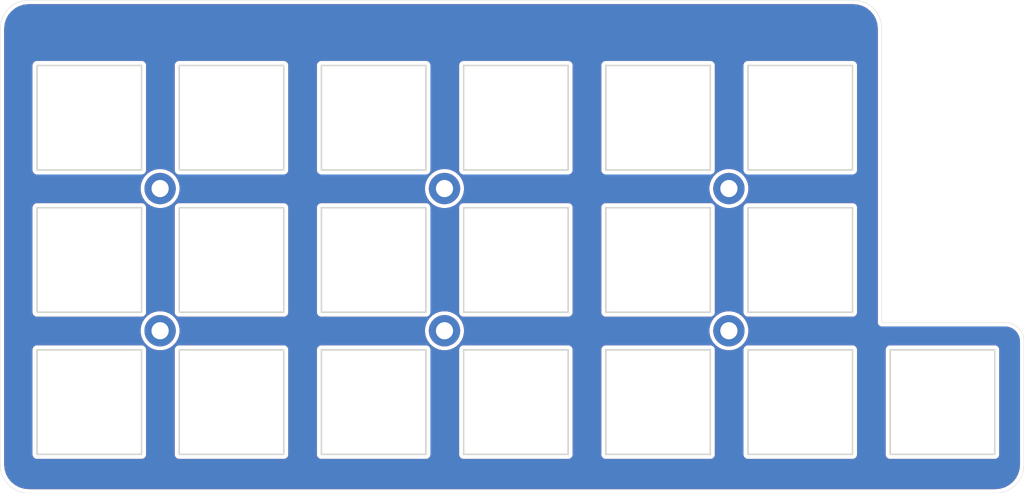
<source format=kicad_pcb>
(kicad_pcb (version 20171130) (host pcbnew "(5.1.7)-1")

  (general
    (thickness 1.6)
    (drawings 87)
    (tracks 0)
    (zones 0)
    (modules 6)
    (nets 1)
  )

  (page A4)
  (layers
    (0 F.Cu signal)
    (31 B.Cu signal)
    (32 B.Adhes user)
    (33 F.Adhes user)
    (34 B.Paste user)
    (35 F.Paste user)
    (36 B.SilkS user)
    (37 F.SilkS user)
    (38 B.Mask user)
    (39 F.Mask user)
    (40 Dwgs.User user)
    (41 Cmts.User user)
    (42 Eco1.User user)
    (43 Eco2.User user)
    (44 Edge.Cuts user)
    (45 Margin user)
    (46 B.CrtYd user)
    (47 F.CrtYd user)
    (48 B.Fab user)
    (49 F.Fab user)
  )

  (setup
    (last_trace_width 0.25)
    (user_trace_width 0.5)
    (trace_clearance 0.2)
    (zone_clearance 0.508)
    (zone_45_only no)
    (trace_min 0.2)
    (via_size 0.8)
    (via_drill 0.4)
    (via_min_size 0.4)
    (via_min_drill 0.3)
    (uvia_size 0.3)
    (uvia_drill 0.1)
    (uvias_allowed no)
    (uvia_min_size 0.2)
    (uvia_min_drill 0.1)
    (edge_width 0.05)
    (segment_width 0.2)
    (pcb_text_width 0.3)
    (pcb_text_size 1.5 1.5)
    (mod_edge_width 0.12)
    (mod_text_size 1 1)
    (mod_text_width 0.15)
    (pad_size 1.524 1.524)
    (pad_drill 0.762)
    (pad_to_mask_clearance 0)
    (aux_axis_origin 0 0)
    (visible_elements 7FFFFFFF)
    (pcbplotparams
      (layerselection 0x010fc_ffffffff)
      (usegerberextensions false)
      (usegerberattributes false)
      (usegerberadvancedattributes false)
      (creategerberjobfile false)
      (excludeedgelayer true)
      (linewidth 0.100000)
      (plotframeref false)
      (viasonmask false)
      (mode 1)
      (useauxorigin false)
      (hpglpennumber 1)
      (hpglpenspeed 20)
      (hpglpendiameter 15.000000)
      (psnegative false)
      (psa4output false)
      (plotreference true)
      (plotvalue false)
      (plotinvisibletext false)
      (padsonsilk true)
      (subtractmaskfromsilk false)
      (outputformat 1)
      (mirror false)
      (drillshape 0)
      (scaleselection 1)
      (outputdirectory "gerber/top_plate/"))
  )

  (net 0 "")

  (net_class Default "これはデフォルトのネット クラスです。"
    (clearance 0.2)
    (trace_width 0.25)
    (via_dia 0.8)
    (via_drill 0.4)
    (uvia_dia 0.3)
    (uvia_drill 0.1)
  )

  (module kbd:M2_Hole_TH (layer F.Cu) (tedit 5F7666C1) (tstamp 5FCBEE01)
    (at 135.725 78.575)
    (fp_text reference "" (at 0 0.5) (layer F.SilkS)
      (effects (font (size 1 1) (thickness 0.15)))
    )
    (fp_text value "" (at 0 -0.5) (layer F.Fab)
      (effects (font (size 1 1) (thickness 0.15)))
    )
    (pad "" thru_hole circle (at 0 0) (size 4.2 4.2) (drill 2.3) (layers *.Cu *.Mask))
  )

  (module kbd:M2_Hole_TH (layer F.Cu) (tedit 5F7666C1) (tstamp 5FCBEDF9)
    (at 135.725 59.525)
    (fp_text reference "" (at 0 0.5) (layer F.SilkS)
      (effects (font (size 1 1) (thickness 0.15)))
    )
    (fp_text value "" (at 0 -0.5) (layer F.Fab)
      (effects (font (size 1 1) (thickness 0.15)))
    )
    (pad "" thru_hole circle (at 0 0) (size 4.2 4.2) (drill 2.3) (layers *.Cu *.Mask))
  )

  (module kbd:M2_Hole_TH (layer F.Cu) (tedit 5F7666C1) (tstamp 5FCBEDF1)
    (at 97.625 78.575)
    (fp_text reference "" (at 0 0.5) (layer F.SilkS)
      (effects (font (size 1 1) (thickness 0.15)))
    )
    (fp_text value "" (at 0 -0.5) (layer F.Fab)
      (effects (font (size 1 1) (thickness 0.15)))
    )
    (pad "" thru_hole circle (at 0 0) (size 4.2 4.2) (drill 2.3) (layers *.Cu *.Mask))
  )

  (module kbd:M2_Hole_TH (layer F.Cu) (tedit 5F7666C1) (tstamp 5FCBEDE9)
    (at 97.625 59.525)
    (fp_text reference "" (at 0 0.5) (layer F.SilkS)
      (effects (font (size 1 1) (thickness 0.15)))
    )
    (fp_text value "" (at 0 -0.5) (layer F.Fab)
      (effects (font (size 1 1) (thickness 0.15)))
    )
    (pad "" thru_hole circle (at 0 0) (size 4.2 4.2) (drill 2.3) (layers *.Cu *.Mask))
  )

  (module kbd:M2_Hole_TH (layer F.Cu) (tedit 5F7666C1) (tstamp 5FCBEDDC)
    (at 59.525 78.575)
    (fp_text reference "" (at 0 0.5) (layer F.SilkS)
      (effects (font (size 1 1) (thickness 0.15)))
    )
    (fp_text value "" (at 0 -0.5) (layer F.Fab)
      (effects (font (size 1 1) (thickness 0.15)))
    )
    (pad "" thru_hole circle (at 0 0) (size 4.2 4.2) (drill 2.3) (layers *.Cu *.Mask))
  )

  (module kbd:M2_Hole_TH (layer F.Cu) (tedit 5F7666C1) (tstamp 5FCBEDC9)
    (at 59.525 59.525)
    (fp_text reference "" (at 0 0.5) (layer F.SilkS)
      (effects (font (size 1 1) (thickness 0.15)))
    )
    (fp_text value "" (at 0 -0.5) (layer F.Fab)
      (effects (font (size 1 1) (thickness 0.15)))
    )
    (pad "" thru_hole circle (at 0 0) (size 4.2 4.2) (drill 2.3) (layers *.Cu *.Mask))
  )

  (gr_line (start 62.0877 57.0367) (end 62.0877 43.0374) (layer Edge.Cuts) (width 0.2))
  (gr_line (start 76.087 43.0374) (end 76.087 57.0367) (layer Edge.Cuts) (width 0.2))
  (gr_line (start 43.03765 57.0367) (end 43.03765 43.0374) (layer Edge.Cuts) (width 0.2))
  (gr_line (start 43.03765 43.0374) (end 57.0372 43.0374) (layer Edge.Cuts) (width 0.2))
  (gr_line (start 57.0372 43.0374) (end 57.0372 57.0367) (layer Edge.Cuts) (width 0.2))
  (gr_line (start 76.087 57.0367) (end 62.0877 57.0367) (layer Edge.Cuts) (width 0.2))
  (gr_line (start 57.0372 57.0367) (end 43.03765 57.0367) (layer Edge.Cuts) (width 0.2))
  (gr_line (start 152.287 57.0367) (end 138.2863 57.0367) (layer Edge.Cuts) (width 0.2))
  (gr_line (start 43.03765 81.1374) (end 57.0372 81.1374) (layer Edge.Cuts) (width 0.2))
  (gr_line (start 133.237 62.0875) (end 133.237 76.0869) (layer Edge.Cuts) (width 0.2))
  (gr_line (start 100.1877 57.0367) (end 100.1877 43.0374) (layer Edge.Cuts) (width 0.2))
  (gr_line (start 119.2377 62.0875) (end 133.237 62.0875) (layer Edge.Cuts) (width 0.2))
  (gr_line (start 119.2377 57.0367) (end 119.2377 43.0374) (layer Edge.Cuts) (width 0.2))
  (gr_line (start 100.1877 62.0875) (end 114.187 62.0875) (layer Edge.Cuts) (width 0.2))
  (gr_line (start 57.0372 95.13686) (end 43.03765 95.13686) (layer Edge.Cuts) (width 0.2))
  (gr_line (start 119.2377 76.0869) (end 119.2377 62.0875) (layer Edge.Cuts) (width 0.2))
  (gr_line (start 100.1877 43.0374) (end 114.187 43.0374) (layer Edge.Cuts) (width 0.2))
  (gr_line (start 133.237 57.0367) (end 119.2377 57.0367) (layer Edge.Cuts) (width 0.2))
  (gr_line (start 57.0372 76.0869) (end 43.03765 76.0869) (layer Edge.Cuts) (width 0.2))
  (gr_line (start 57.0372 62.0875) (end 57.0372 76.0869) (layer Edge.Cuts) (width 0.2))
  (gr_line (start 62.0877 76.0869) (end 62.0877 62.0875) (layer Edge.Cuts) (width 0.2))
  (gr_line (start 76.087 76.0869) (end 62.0877 76.0869) (layer Edge.Cuts) (width 0.2))
  (gr_line (start 62.0877 95.13686) (end 62.0877 81.1374) (layer Edge.Cuts) (width 0.2))
  (gr_line (start 76.087 62.0875) (end 76.087 76.0869) (layer Edge.Cuts) (width 0.2))
  (gr_line (start 62.0877 62.0875) (end 76.087 62.0875) (layer Edge.Cuts) (width 0.2))
  (gr_line (start 81.1377 76.0869) (end 81.1377 62.0875) (layer Edge.Cuts) (width 0.2))
  (gr_line (start 95.137 76.0869) (end 81.1377 76.0869) (layer Edge.Cuts) (width 0.2))
  (gr_line (start 114.187 62.0875) (end 114.187 76.0869) (layer Edge.Cuts) (width 0.2))
  (gr_line (start 95.137 62.0875) (end 95.137 76.0869) (layer Edge.Cuts) (width 0.2))
  (gr_line (start 100.1877 76.0869) (end 100.1877 62.0875) (layer Edge.Cuts) (width 0.2))
  (gr_line (start 133.237 76.0869) (end 119.2377 76.0869) (layer Edge.Cuts) (width 0.2))
  (gr_line (start 138.2863 62.0875) (end 152.287 62.0875) (layer Edge.Cuts) (width 0.2))
  (gr_line (start 152.287 62.0875) (end 152.287 76.0869) (layer Edge.Cuts) (width 0.2))
  (gr_line (start 138.2863 76.0869) (end 138.2863 62.0875) (layer Edge.Cuts) (width 0.2))
  (gr_line (start 95.137 57.0367) (end 81.1377 57.0367) (layer Edge.Cuts) (width 0.2))
  (gr_line (start 57.0372 81.1374) (end 57.0372 95.13686) (layer Edge.Cuts) (width 0.2))
  (gr_line (start 43.03765 76.0869) (end 43.03765 62.0875) (layer Edge.Cuts) (width 0.2))
  (gr_line (start 43.03765 95.13686) (end 43.03765 81.1374) (layer Edge.Cuts) (width 0.2))
  (gr_line (start 133.237 43.0374) (end 133.237 57.0367) (layer Edge.Cuts) (width 0.2))
  (gr_line (start 62.0877 43.0374) (end 76.087 43.0374) (layer Edge.Cuts) (width 0.2))
  (gr_line (start 114.187 43.0374) (end 114.187 57.0367) (layer Edge.Cuts) (width 0.2))
  (gr_line (start 43.03765 62.0875) (end 57.0372 62.0875) (layer Edge.Cuts) (width 0.2))
  (gr_line (start 95.137 43.0374) (end 95.137 57.0367) (layer Edge.Cuts) (width 0.2))
  (gr_line (start 138.2863 57.0367) (end 138.2863 43.0374) (layer Edge.Cuts) (width 0.2))
  (gr_line (start 152.287 76.0869) (end 138.2863 76.0869) (layer Edge.Cuts) (width 0.2))
  (gr_line (start 81.1377 62.0875) (end 95.137 62.0875) (layer Edge.Cuts) (width 0.2))
  (gr_line (start 114.187 76.0869) (end 100.1877 76.0869) (layer Edge.Cuts) (width 0.2))
  (gr_line (start 81.1377 57.0367) (end 81.1377 43.0374) (layer Edge.Cuts) (width 0.2))
  (gr_line (start 81.1377 43.0374) (end 95.137 43.0374) (layer Edge.Cuts) (width 0.2))
  (gr_line (start 114.187 57.0367) (end 100.1877 57.0367) (layer Edge.Cuts) (width 0.2))
  (gr_line (start 152.287 43.0374) (end 152.287 57.0367) (layer Edge.Cuts) (width 0.2))
  (gr_line (start 119.2377 43.0374) (end 133.237 43.0374) (layer Edge.Cuts) (width 0.2))
  (gr_line (start 138.2863 43.0374) (end 152.287 43.0374) (layer Edge.Cuts) (width 0.2))
  (gr_line (start 171.337 95.13686) (end 157.336 95.13686) (layer Edge.Cuts) (width 0.2))
  (gr_line (start 157.336 81.1374) (end 171.337 81.1374) (layer Edge.Cuts) (width 0.2))
  (gr_line (start 95.137 81.1374) (end 95.137 95.13686) (layer Edge.Cuts) (width 0.2))
  (gr_line (start 100.1877 81.1374) (end 114.187 81.1374) (layer Edge.Cuts) (width 0.2))
  (gr_line (start 133.237 95.13686) (end 119.2377 95.13686) (layer Edge.Cuts) (width 0.2))
  (gr_line (start 152.287 95.13686) (end 138.2863 95.13686) (layer Edge.Cuts) (width 0.2))
  (gr_line (start 81.1377 95.13686) (end 81.1377 81.1374) (layer Edge.Cuts) (width 0.2))
  (gr_line (start 114.187 95.13686) (end 100.1877 95.13686) (layer Edge.Cuts) (width 0.2))
  (gr_line (start 81.1377 81.1374) (end 95.137 81.1374) (layer Edge.Cuts) (width 0.2))
  (gr_line (start 119.2377 95.13686) (end 119.2377 81.1374) (layer Edge.Cuts) (width 0.2))
  (gr_line (start 119.2377 81.1374) (end 133.237 81.1374) (layer Edge.Cuts) (width 0.2))
  (gr_line (start 157.336 95.13686) (end 157.336 81.1374) (layer Edge.Cuts) (width 0.2))
  (gr_line (start 95.137 95.13686) (end 81.1377 95.13686) (layer Edge.Cuts) (width 0.2))
  (gr_line (start 76.087 81.1374) (end 76.087 95.13686) (layer Edge.Cuts) (width 0.2))
  (gr_line (start 138.2863 95.13686) (end 138.2863 81.1374) (layer Edge.Cuts) (width 0.2))
  (gr_line (start 100.1877 95.13686) (end 100.1877 81.1374) (layer Edge.Cuts) (width 0.2))
  (gr_line (start 114.187 81.1374) (end 114.187 95.13686) (layer Edge.Cuts) (width 0.2))
  (gr_line (start 138.2863 81.1374) (end 152.287 81.1374) (layer Edge.Cuts) (width 0.2))
  (gr_line (start 133.237 81.1374) (end 133.237 95.13686) (layer Edge.Cuts) (width 0.2))
  (gr_line (start 171.337 81.1374) (end 171.337 95.13686) (layer Edge.Cuts) (width 0.2))
  (gr_line (start 152.287 81.1374) (end 152.287 95.13686) (layer Edge.Cuts) (width 0.2))
  (gr_line (start 76.087 95.13686) (end 62.0877 95.13686) (layer Edge.Cuts) (width 0.2))
  (gr_line (start 62.0877 81.1374) (end 76.087 81.1374) (layer Edge.Cuts) (width 0.2))
  (gr_arc (start 172.72 80.01) (end 175.26 80.01) (angle -90) (layer Edge.Cuts) (width 0.05))
  (gr_line (start 156.21 77.47) (end 172.72 77.47) (layer Edge.Cuts) (width 0.05))
  (gr_line (start 156.21 38.1) (end 156.21 77.47) (layer Edge.Cuts) (width 0.05))
  (gr_line (start 175.26 96.52) (end 175.26 80.01) (layer Edge.Cuts) (width 0.05))
  (gr_arc (start 41.91 38.1) (end 41.91 34.29) (angle -90) (layer Edge.Cuts) (width 0.05))
  (gr_arc (start 152.4 38.1) (end 156.21 38.1) (angle -90) (layer Edge.Cuts) (width 0.05))
  (gr_arc (start 171.45 96.52) (end 171.45 100.33) (angle -90) (layer Edge.Cuts) (width 0.05))
  (gr_arc (start 41.91 96.52) (end 38.1 96.52) (angle -90) (layer Edge.Cuts) (width 0.05))
  (gr_line (start 152.4 34.29) (end 41.91 34.29) (layer Edge.Cuts) (width 0.05))
  (gr_line (start 41.91 100.33) (end 171.45 100.33) (layer Edge.Cuts) (width 0.05))
  (gr_line (start 38.1 38.1) (end 38.1 96.52) (layer Edge.Cuts) (width 0.05))

  (zone (net 0) (net_name "") (layer F.Cu) (tstamp 5FCD83B1) (hatch edge 0.508)
    (connect_pads (clearance 0.508))
    (min_thickness 0.254)
    (fill yes (arc_segments 32) (thermal_gap 0.508) (thermal_bridge_width 0.508))
    (polygon
      (pts
        (xy 156.21 77.47) (xy 175.26 77.47) (xy 175.26 100.33) (xy 38.1 100.33) (xy 38.1 34.29)
        (xy 156.21 34.29)
      )
    )
    (filled_polygon
      (pts
        (xy 153.011222 35.013096) (xy 153.599164 35.190606) (xy 154.141436 35.478937) (xy 154.617364 35.867094) (xy 155.008845 36.340314)
        (xy 155.300951 36.880552) (xy 155.482563 37.467244) (xy 155.55 38.108879) (xy 155.550001 77.437571) (xy 155.546807 77.47)
        (xy 155.55955 77.599383) (xy 155.59729 77.723793) (xy 155.658575 77.83845) (xy 155.741052 77.938948) (xy 155.84155 78.021425)
        (xy 155.956207 78.08271) (xy 156.080617 78.12045) (xy 156.177581 78.13) (xy 156.21 78.133193) (xy 156.242419 78.13)
        (xy 172.687721 78.13) (xy 173.084545 78.168909) (xy 173.435208 78.27478) (xy 173.758625 78.446744) (xy 174.042484 78.678254)
        (xy 174.275965 78.960486) (xy 174.450183 79.282695) (xy 174.558502 79.632614) (xy 174.600001 80.027452) (xy 174.6 96.487721)
        (xy 174.536904 97.131221) (xy 174.359394 97.719164) (xy 174.071063 98.261436) (xy 173.682906 98.737364) (xy 173.209686 99.128845)
        (xy 172.669449 99.42095) (xy 172.082756 99.602563) (xy 171.44113 99.67) (xy 41.942279 99.67) (xy 41.298779 99.606904)
        (xy 40.710836 99.429394) (xy 40.168564 99.141063) (xy 39.692636 98.752906) (xy 39.301155 98.279686) (xy 39.00905 97.739449)
        (xy 38.827437 97.152756) (xy 38.76 96.51113) (xy 38.76 81.1374) (xy 42.299094 81.1374) (xy 42.302651 81.173515)
        (xy 42.30265 95.100755) (xy 42.299094 95.13686) (xy 42.313285 95.280945) (xy 42.355313 95.419493) (xy 42.423563 95.54718)
        (xy 42.515412 95.659098) (xy 42.62733 95.750947) (xy 42.755017 95.819197) (xy 42.893565 95.861225) (xy 43.03765 95.875416)
        (xy 43.073755 95.87186) (xy 57.001095 95.87186) (xy 57.0372 95.875416) (xy 57.073305 95.87186) (xy 57.181285 95.861225)
        (xy 57.319833 95.819197) (xy 57.44752 95.750947) (xy 57.559438 95.659098) (xy 57.651287 95.54718) (xy 57.719537 95.419493)
        (xy 57.761565 95.280945) (xy 57.775756 95.13686) (xy 57.7722 95.100755) (xy 57.7722 81.173505) (xy 57.775756 81.1374)
        (xy 57.761565 80.993315) (xy 57.719537 80.854767) (xy 57.651287 80.72708) (xy 57.559438 80.615162) (xy 57.44752 80.523313)
        (xy 57.319833 80.455063) (xy 57.181285 80.413035) (xy 57.073305 80.4024) (xy 57.0372 80.398844) (xy 57.001095 80.4024)
        (xy 43.073755 80.4024) (xy 43.03765 80.398844) (xy 43.001545 80.4024) (xy 42.893565 80.413035) (xy 42.755017 80.455063)
        (xy 42.62733 80.523313) (xy 42.515412 80.615162) (xy 42.423563 80.72708) (xy 42.355313 80.854767) (xy 42.313285 80.993315)
        (xy 42.299094 81.1374) (xy 38.76 81.1374) (xy 38.76 78.305626) (xy 56.79 78.305626) (xy 56.79 78.844374)
        (xy 56.895105 79.37277) (xy 57.101275 79.870508) (xy 57.400587 80.318461) (xy 57.781539 80.699413) (xy 58.229492 80.998725)
        (xy 58.72723 81.204895) (xy 59.255626 81.31) (xy 59.794374 81.31) (xy 60.32277 81.204895) (xy 60.485717 81.1374)
        (xy 61.349144 81.1374) (xy 61.352701 81.173515) (xy 61.3527 95.100755) (xy 61.349144 95.13686) (xy 61.363335 95.280945)
        (xy 61.405363 95.419493) (xy 61.473613 95.54718) (xy 61.565462 95.659098) (xy 61.67738 95.750947) (xy 61.805067 95.819197)
        (xy 61.943615 95.861225) (xy 62.0877 95.875416) (xy 62.123805 95.87186) (xy 76.050895 95.87186) (xy 76.087 95.875416)
        (xy 76.123105 95.87186) (xy 76.231085 95.861225) (xy 76.369633 95.819197) (xy 76.49732 95.750947) (xy 76.609238 95.659098)
        (xy 76.701087 95.54718) (xy 76.769337 95.419493) (xy 76.811365 95.280945) (xy 76.825556 95.13686) (xy 76.822 95.100755)
        (xy 76.822 81.173505) (xy 76.825556 81.1374) (xy 80.399144 81.1374) (xy 80.402701 81.173515) (xy 80.4027 95.100755)
        (xy 80.399144 95.13686) (xy 80.413335 95.280945) (xy 80.455363 95.419493) (xy 80.523613 95.54718) (xy 80.615462 95.659098)
        (xy 80.72738 95.750947) (xy 80.855067 95.819197) (xy 80.993615 95.861225) (xy 81.1377 95.875416) (xy 81.173805 95.87186)
        (xy 95.100895 95.87186) (xy 95.137 95.875416) (xy 95.173105 95.87186) (xy 95.281085 95.861225) (xy 95.419633 95.819197)
        (xy 95.54732 95.750947) (xy 95.659238 95.659098) (xy 95.751087 95.54718) (xy 95.819337 95.419493) (xy 95.861365 95.280945)
        (xy 95.875556 95.13686) (xy 95.872 95.100755) (xy 95.872 81.173505) (xy 95.875556 81.1374) (xy 95.861365 80.993315)
        (xy 95.819337 80.854767) (xy 95.751087 80.72708) (xy 95.659238 80.615162) (xy 95.54732 80.523313) (xy 95.419633 80.455063)
        (xy 95.281085 80.413035) (xy 95.173105 80.4024) (xy 95.137 80.398844) (xy 95.100895 80.4024) (xy 81.173805 80.4024)
        (xy 81.1377 80.398844) (xy 81.101595 80.4024) (xy 80.993615 80.413035) (xy 80.855067 80.455063) (xy 80.72738 80.523313)
        (xy 80.615462 80.615162) (xy 80.523613 80.72708) (xy 80.455363 80.854767) (xy 80.413335 80.993315) (xy 80.399144 81.1374)
        (xy 76.825556 81.1374) (xy 76.811365 80.993315) (xy 76.769337 80.854767) (xy 76.701087 80.72708) (xy 76.609238 80.615162)
        (xy 76.49732 80.523313) (xy 76.369633 80.455063) (xy 76.231085 80.413035) (xy 76.123105 80.4024) (xy 76.087 80.398844)
        (xy 76.050895 80.4024) (xy 62.123805 80.4024) (xy 62.0877 80.398844) (xy 62.051595 80.4024) (xy 61.943615 80.413035)
        (xy 61.805067 80.455063) (xy 61.67738 80.523313) (xy 61.565462 80.615162) (xy 61.473613 80.72708) (xy 61.405363 80.854767)
        (xy 61.363335 80.993315) (xy 61.349144 81.1374) (xy 60.485717 81.1374) (xy 60.820508 80.998725) (xy 61.268461 80.699413)
        (xy 61.649413 80.318461) (xy 61.948725 79.870508) (xy 62.154895 79.37277) (xy 62.26 78.844374) (xy 62.26 78.305626)
        (xy 94.89 78.305626) (xy 94.89 78.844374) (xy 94.995105 79.37277) (xy 95.201275 79.870508) (xy 95.500587 80.318461)
        (xy 95.881539 80.699413) (xy 96.329492 80.998725) (xy 96.82723 81.204895) (xy 97.355626 81.31) (xy 97.894374 81.31)
        (xy 98.42277 81.204895) (xy 98.585717 81.1374) (xy 99.449144 81.1374) (xy 99.452701 81.173515) (xy 99.4527 95.100755)
        (xy 99.449144 95.13686) (xy 99.463335 95.280945) (xy 99.505363 95.419493) (xy 99.573613 95.54718) (xy 99.665462 95.659098)
        (xy 99.77738 95.750947) (xy 99.905067 95.819197) (xy 100.043615 95.861225) (xy 100.1877 95.875416) (xy 100.223805 95.87186)
        (xy 114.150895 95.87186) (xy 114.187 95.875416) (xy 114.223105 95.87186) (xy 114.331085 95.861225) (xy 114.469633 95.819197)
        (xy 114.59732 95.750947) (xy 114.709238 95.659098) (xy 114.801087 95.54718) (xy 114.869337 95.419493) (xy 114.911365 95.280945)
        (xy 114.925556 95.13686) (xy 114.922 95.100755) (xy 114.922 81.173505) (xy 114.925556 81.1374) (xy 118.499144 81.1374)
        (xy 118.502701 81.173515) (xy 118.5027 95.100755) (xy 118.499144 95.13686) (xy 118.513335 95.280945) (xy 118.555363 95.419493)
        (xy 118.623613 95.54718) (xy 118.715462 95.659098) (xy 118.82738 95.750947) (xy 118.955067 95.819197) (xy 119.093615 95.861225)
        (xy 119.2377 95.875416) (xy 119.273805 95.87186) (xy 133.200895 95.87186) (xy 133.237 95.875416) (xy 133.273105 95.87186)
        (xy 133.381085 95.861225) (xy 133.519633 95.819197) (xy 133.64732 95.750947) (xy 133.759238 95.659098) (xy 133.851087 95.54718)
        (xy 133.919337 95.419493) (xy 133.961365 95.280945) (xy 133.975556 95.13686) (xy 133.972 95.100755) (xy 133.972 81.173505)
        (xy 133.975556 81.1374) (xy 133.961365 80.993315) (xy 133.919337 80.854767) (xy 133.851087 80.72708) (xy 133.759238 80.615162)
        (xy 133.64732 80.523313) (xy 133.519633 80.455063) (xy 133.381085 80.413035) (xy 133.273105 80.4024) (xy 133.237 80.398844)
        (xy 133.200895 80.4024) (xy 119.273805 80.4024) (xy 119.2377 80.398844) (xy 119.201595 80.4024) (xy 119.093615 80.413035)
        (xy 118.955067 80.455063) (xy 118.82738 80.523313) (xy 118.715462 80.615162) (xy 118.623613 80.72708) (xy 118.555363 80.854767)
        (xy 118.513335 80.993315) (xy 118.499144 81.1374) (xy 114.925556 81.1374) (xy 114.911365 80.993315) (xy 114.869337 80.854767)
        (xy 114.801087 80.72708) (xy 114.709238 80.615162) (xy 114.59732 80.523313) (xy 114.469633 80.455063) (xy 114.331085 80.413035)
        (xy 114.223105 80.4024) (xy 114.187 80.398844) (xy 114.150895 80.4024) (xy 100.223805 80.4024) (xy 100.1877 80.398844)
        (xy 100.151595 80.4024) (xy 100.043615 80.413035) (xy 99.905067 80.455063) (xy 99.77738 80.523313) (xy 99.665462 80.615162)
        (xy 99.573613 80.72708) (xy 99.505363 80.854767) (xy 99.463335 80.993315) (xy 99.449144 81.1374) (xy 98.585717 81.1374)
        (xy 98.920508 80.998725) (xy 99.368461 80.699413) (xy 99.749413 80.318461) (xy 100.048725 79.870508) (xy 100.254895 79.37277)
        (xy 100.36 78.844374) (xy 100.36 78.305626) (xy 132.99 78.305626) (xy 132.99 78.844374) (xy 133.095105 79.37277)
        (xy 133.301275 79.870508) (xy 133.600587 80.318461) (xy 133.981539 80.699413) (xy 134.429492 80.998725) (xy 134.92723 81.204895)
        (xy 135.455626 81.31) (xy 135.994374 81.31) (xy 136.52277 81.204895) (xy 136.685717 81.1374) (xy 137.547744 81.1374)
        (xy 137.551301 81.173515) (xy 137.5513 95.100755) (xy 137.547744 95.13686) (xy 137.561935 95.280945) (xy 137.603963 95.419493)
        (xy 137.672213 95.54718) (xy 137.764062 95.659098) (xy 137.87598 95.750947) (xy 138.003667 95.819197) (xy 138.142215 95.861225)
        (xy 138.2863 95.875416) (xy 138.322405 95.87186) (xy 152.250895 95.87186) (xy 152.287 95.875416) (xy 152.323105 95.87186)
        (xy 152.431085 95.861225) (xy 152.569633 95.819197) (xy 152.69732 95.750947) (xy 152.809238 95.659098) (xy 152.901087 95.54718)
        (xy 152.969337 95.419493) (xy 153.011365 95.280945) (xy 153.025556 95.13686) (xy 153.022 95.100755) (xy 153.022 81.173505)
        (xy 153.025556 81.1374) (xy 156.597444 81.1374) (xy 156.601001 81.173515) (xy 156.601 95.100755) (xy 156.597444 95.13686)
        (xy 156.611635 95.280945) (xy 156.653663 95.419493) (xy 156.721913 95.54718) (xy 156.813762 95.659098) (xy 156.92568 95.750947)
        (xy 157.053367 95.819197) (xy 157.191915 95.861225) (xy 157.336 95.875416) (xy 157.372105 95.87186) (xy 171.300895 95.87186)
        (xy 171.337 95.875416) (xy 171.373105 95.87186) (xy 171.481085 95.861225) (xy 171.619633 95.819197) (xy 171.74732 95.750947)
        (xy 171.859238 95.659098) (xy 171.951087 95.54718) (xy 172.019337 95.419493) (xy 172.061365 95.280945) (xy 172.075556 95.13686)
        (xy 172.072 95.100755) (xy 172.072 81.173505) (xy 172.075556 81.1374) (xy 172.061365 80.993315) (xy 172.019337 80.854767)
        (xy 171.951087 80.72708) (xy 171.859238 80.615162) (xy 171.74732 80.523313) (xy 171.619633 80.455063) (xy 171.481085 80.413035)
        (xy 171.373105 80.4024) (xy 171.337 80.398844) (xy 171.300895 80.4024) (xy 157.372105 80.4024) (xy 157.336 80.398844)
        (xy 157.299895 80.4024) (xy 157.191915 80.413035) (xy 157.053367 80.455063) (xy 156.92568 80.523313) (xy 156.813762 80.615162)
        (xy 156.721913 80.72708) (xy 156.653663 80.854767) (xy 156.611635 80.993315) (xy 156.597444 81.1374) (xy 153.025556 81.1374)
        (xy 153.011365 80.993315) (xy 152.969337 80.854767) (xy 152.901087 80.72708) (xy 152.809238 80.615162) (xy 152.69732 80.523313)
        (xy 152.569633 80.455063) (xy 152.431085 80.413035) (xy 152.323105 80.4024) (xy 152.287 80.398844) (xy 152.250895 80.4024)
        (xy 138.322405 80.4024) (xy 138.2863 80.398844) (xy 138.250195 80.4024) (xy 138.142215 80.413035) (xy 138.003667 80.455063)
        (xy 137.87598 80.523313) (xy 137.764062 80.615162) (xy 137.672213 80.72708) (xy 137.603963 80.854767) (xy 137.561935 80.993315)
        (xy 137.547744 81.1374) (xy 136.685717 81.1374) (xy 137.020508 80.998725) (xy 137.468461 80.699413) (xy 137.849413 80.318461)
        (xy 138.148725 79.870508) (xy 138.354895 79.37277) (xy 138.46 78.844374) (xy 138.46 78.305626) (xy 138.354895 77.77723)
        (xy 138.148725 77.279492) (xy 137.849413 76.831539) (xy 137.468461 76.450587) (xy 137.020508 76.151275) (xy 136.52277 75.945105)
        (xy 135.994374 75.84) (xy 135.455626 75.84) (xy 134.92723 75.945105) (xy 134.429492 76.151275) (xy 133.981539 76.450587)
        (xy 133.600587 76.831539) (xy 133.301275 77.279492) (xy 133.095105 77.77723) (xy 132.99 78.305626) (xy 100.36 78.305626)
        (xy 100.254895 77.77723) (xy 100.048725 77.279492) (xy 99.749413 76.831539) (xy 99.368461 76.450587) (xy 98.920508 76.151275)
        (xy 98.42277 75.945105) (xy 97.894374 75.84) (xy 97.355626 75.84) (xy 96.82723 75.945105) (xy 96.329492 76.151275)
        (xy 95.881539 76.450587) (xy 95.500587 76.831539) (xy 95.201275 77.279492) (xy 94.995105 77.77723) (xy 94.89 78.305626)
        (xy 62.26 78.305626) (xy 62.154895 77.77723) (xy 61.948725 77.279492) (xy 61.649413 76.831539) (xy 61.268461 76.450587)
        (xy 60.820508 76.151275) (xy 60.32277 75.945105) (xy 59.794374 75.84) (xy 59.255626 75.84) (xy 58.72723 75.945105)
        (xy 58.229492 76.151275) (xy 57.781539 76.450587) (xy 57.400587 76.831539) (xy 57.101275 77.279492) (xy 56.895105 77.77723)
        (xy 56.79 78.305626) (xy 38.76 78.305626) (xy 38.76 62.0875) (xy 42.299094 62.0875) (xy 42.302651 62.123615)
        (xy 42.30265 76.050795) (xy 42.299094 76.0869) (xy 42.313285 76.230985) (xy 42.355313 76.369533) (xy 42.423563 76.49722)
        (xy 42.515412 76.609138) (xy 42.62733 76.700987) (xy 42.755017 76.769237) (xy 42.893565 76.811265) (xy 43.03765 76.825456)
        (xy 43.073755 76.8219) (xy 57.001095 76.8219) (xy 57.0372 76.825456) (xy 57.073305 76.8219) (xy 57.181285 76.811265)
        (xy 57.319833 76.769237) (xy 57.44752 76.700987) (xy 57.559438 76.609138) (xy 57.651287 76.49722) (xy 57.719537 76.369533)
        (xy 57.761565 76.230985) (xy 57.775756 76.0869) (xy 57.7722 76.050795) (xy 57.7722 62.123605) (xy 57.775756 62.0875)
        (xy 57.761565 61.943415) (xy 57.719537 61.804867) (xy 57.651287 61.67718) (xy 57.559438 61.565262) (xy 57.44752 61.473413)
        (xy 57.319833 61.405163) (xy 57.181285 61.363135) (xy 57.073305 61.3525) (xy 57.0372 61.348944) (xy 57.001095 61.3525)
        (xy 43.073755 61.3525) (xy 43.03765 61.348944) (xy 43.001545 61.3525) (xy 42.893565 61.363135) (xy 42.755017 61.405163)
        (xy 42.62733 61.473413) (xy 42.515412 61.565262) (xy 42.423563 61.67718) (xy 42.355313 61.804867) (xy 42.313285 61.943415)
        (xy 42.299094 62.0875) (xy 38.76 62.0875) (xy 38.76 59.255626) (xy 56.79 59.255626) (xy 56.79 59.794374)
        (xy 56.895105 60.32277) (xy 57.101275 60.820508) (xy 57.400587 61.268461) (xy 57.781539 61.649413) (xy 58.229492 61.948725)
        (xy 58.72723 62.154895) (xy 59.255626 62.26) (xy 59.794374 62.26) (xy 60.32277 62.154895) (xy 60.485475 62.0875)
        (xy 61.349144 62.0875) (xy 61.352701 62.123615) (xy 61.3527 76.050795) (xy 61.349144 76.0869) (xy 61.363335 76.230985)
        (xy 61.405363 76.369533) (xy 61.473613 76.49722) (xy 61.565462 76.609138) (xy 61.67738 76.700987) (xy 61.805067 76.769237)
        (xy 61.943615 76.811265) (xy 62.0877 76.825456) (xy 62.123805 76.8219) (xy 76.050895 76.8219) (xy 76.087 76.825456)
        (xy 76.123105 76.8219) (xy 76.231085 76.811265) (xy 76.369633 76.769237) (xy 76.49732 76.700987) (xy 76.609238 76.609138)
        (xy 76.701087 76.49722) (xy 76.769337 76.369533) (xy 76.811365 76.230985) (xy 76.825556 76.0869) (xy 76.822 76.050795)
        (xy 76.822 62.123605) (xy 76.825556 62.0875) (xy 80.399144 62.0875) (xy 80.402701 62.123615) (xy 80.4027 76.050795)
        (xy 80.399144 76.0869) (xy 80.413335 76.230985) (xy 80.455363 76.369533) (xy 80.523613 76.49722) (xy 80.615462 76.609138)
        (xy 80.72738 76.700987) (xy 80.855067 76.769237) (xy 80.993615 76.811265) (xy 81.1377 76.825456) (xy 81.173805 76.8219)
        (xy 95.100895 76.8219) (xy 95.137 76.825456) (xy 95.173105 76.8219) (xy 95.281085 76.811265) (xy 95.419633 76.769237)
        (xy 95.54732 76.700987) (xy 95.659238 76.609138) (xy 95.751087 76.49722) (xy 95.819337 76.369533) (xy 95.861365 76.230985)
        (xy 95.875556 76.0869) (xy 95.872 76.050795) (xy 95.872 62.123605) (xy 95.875556 62.0875) (xy 95.861365 61.943415)
        (xy 95.819337 61.804867) (xy 95.751087 61.67718) (xy 95.659238 61.565262) (xy 95.54732 61.473413) (xy 95.419633 61.405163)
        (xy 95.281085 61.363135) (xy 95.173105 61.3525) (xy 95.137 61.348944) (xy 95.100895 61.3525) (xy 81.173805 61.3525)
        (xy 81.1377 61.348944) (xy 81.101595 61.3525) (xy 80.993615 61.363135) (xy 80.855067 61.405163) (xy 80.72738 61.473413)
        (xy 80.615462 61.565262) (xy 80.523613 61.67718) (xy 80.455363 61.804867) (xy 80.413335 61.943415) (xy 80.399144 62.0875)
        (xy 76.825556 62.0875) (xy 76.811365 61.943415) (xy 76.769337 61.804867) (xy 76.701087 61.67718) (xy 76.609238 61.565262)
        (xy 76.49732 61.473413) (xy 76.369633 61.405163) (xy 76.231085 61.363135) (xy 76.123105 61.3525) (xy 76.087 61.348944)
        (xy 76.050895 61.3525) (xy 62.123805 61.3525) (xy 62.0877 61.348944) (xy 62.051595 61.3525) (xy 61.943615 61.363135)
        (xy 61.805067 61.405163) (xy 61.67738 61.473413) (xy 61.565462 61.565262) (xy 61.473613 61.67718) (xy 61.405363 61.804867)
        (xy 61.363335 61.943415) (xy 61.349144 62.0875) (xy 60.485475 62.0875) (xy 60.820508 61.948725) (xy 61.268461 61.649413)
        (xy 61.649413 61.268461) (xy 61.948725 60.820508) (xy 62.154895 60.32277) (xy 62.26 59.794374) (xy 62.26 59.255626)
        (xy 94.89 59.255626) (xy 94.89 59.794374) (xy 94.995105 60.32277) (xy 95.201275 60.820508) (xy 95.500587 61.268461)
        (xy 95.881539 61.649413) (xy 96.329492 61.948725) (xy 96.82723 62.154895) (xy 97.355626 62.26) (xy 97.894374 62.26)
        (xy 98.42277 62.154895) (xy 98.585475 62.0875) (xy 99.449144 62.0875) (xy 99.452701 62.123615) (xy 99.4527 76.050795)
        (xy 99.449144 76.0869) (xy 99.463335 76.230985) (xy 99.505363 76.369533) (xy 99.573613 76.49722) (xy 99.665462 76.609138)
        (xy 99.77738 76.700987) (xy 99.905067 76.769237) (xy 100.043615 76.811265) (xy 100.1877 76.825456) (xy 100.223805 76.8219)
        (xy 114.150895 76.8219) (xy 114.187 76.825456) (xy 114.223105 76.8219) (xy 114.331085 76.811265) (xy 114.469633 76.769237)
        (xy 114.59732 76.700987) (xy 114.709238 76.609138) (xy 114.801087 76.49722) (xy 114.869337 76.369533) (xy 114.911365 76.230985)
        (xy 114.925556 76.0869) (xy 114.922 76.050795) (xy 114.922 62.123605) (xy 114.925556 62.0875) (xy 118.499144 62.0875)
        (xy 118.502701 62.123615) (xy 118.5027 76.050795) (xy 118.499144 76.0869) (xy 118.513335 76.230985) (xy 118.555363 76.369533)
        (xy 118.623613 76.49722) (xy 118.715462 76.609138) (xy 118.82738 76.700987) (xy 118.955067 76.769237) (xy 119.093615 76.811265)
        (xy 119.2377 76.825456) (xy 119.273805 76.8219) (xy 133.200895 76.8219) (xy 133.237 76.825456) (xy 133.273105 76.8219)
        (xy 133.381085 76.811265) (xy 133.519633 76.769237) (xy 133.64732 76.700987) (xy 133.759238 76.609138) (xy 133.851087 76.49722)
        (xy 133.919337 76.369533) (xy 133.961365 76.230985) (xy 133.975556 76.0869) (xy 133.972 76.050795) (xy 133.972 62.123605)
        (xy 133.975556 62.0875) (xy 133.961365 61.943415) (xy 133.919337 61.804867) (xy 133.851087 61.67718) (xy 133.759238 61.565262)
        (xy 133.64732 61.473413) (xy 133.519633 61.405163) (xy 133.381085 61.363135) (xy 133.273105 61.3525) (xy 133.237 61.348944)
        (xy 133.200895 61.3525) (xy 119.273805 61.3525) (xy 119.2377 61.348944) (xy 119.201595 61.3525) (xy 119.093615 61.363135)
        (xy 118.955067 61.405163) (xy 118.82738 61.473413) (xy 118.715462 61.565262) (xy 118.623613 61.67718) (xy 118.555363 61.804867)
        (xy 118.513335 61.943415) (xy 118.499144 62.0875) (xy 114.925556 62.0875) (xy 114.911365 61.943415) (xy 114.869337 61.804867)
        (xy 114.801087 61.67718) (xy 114.709238 61.565262) (xy 114.59732 61.473413) (xy 114.469633 61.405163) (xy 114.331085 61.363135)
        (xy 114.223105 61.3525) (xy 114.187 61.348944) (xy 114.150895 61.3525) (xy 100.223805 61.3525) (xy 100.1877 61.348944)
        (xy 100.151595 61.3525) (xy 100.043615 61.363135) (xy 99.905067 61.405163) (xy 99.77738 61.473413) (xy 99.665462 61.565262)
        (xy 99.573613 61.67718) (xy 99.505363 61.804867) (xy 99.463335 61.943415) (xy 99.449144 62.0875) (xy 98.585475 62.0875)
        (xy 98.920508 61.948725) (xy 99.368461 61.649413) (xy 99.749413 61.268461) (xy 100.048725 60.820508) (xy 100.254895 60.32277)
        (xy 100.36 59.794374) (xy 100.36 59.255626) (xy 132.99 59.255626) (xy 132.99 59.794374) (xy 133.095105 60.32277)
        (xy 133.301275 60.820508) (xy 133.600587 61.268461) (xy 133.981539 61.649413) (xy 134.429492 61.948725) (xy 134.92723 62.154895)
        (xy 135.455626 62.26) (xy 135.994374 62.26) (xy 136.52277 62.154895) (xy 136.685475 62.0875) (xy 137.547744 62.0875)
        (xy 137.551301 62.123615) (xy 137.5513 76.050795) (xy 137.547744 76.0869) (xy 137.561935 76.230985) (xy 137.603963 76.369533)
        (xy 137.672213 76.49722) (xy 137.764062 76.609138) (xy 137.87598 76.700987) (xy 138.003667 76.769237) (xy 138.142215 76.811265)
        (xy 138.2863 76.825456) (xy 138.322405 76.8219) (xy 152.250895 76.8219) (xy 152.287 76.825456) (xy 152.323105 76.8219)
        (xy 152.431085 76.811265) (xy 152.569633 76.769237) (xy 152.69732 76.700987) (xy 152.809238 76.609138) (xy 152.901087 76.49722)
        (xy 152.969337 76.369533) (xy 153.011365 76.230985) (xy 153.025556 76.0869) (xy 153.022 76.050795) (xy 153.022 62.123605)
        (xy 153.025556 62.0875) (xy 153.011365 61.943415) (xy 152.969337 61.804867) (xy 152.901087 61.67718) (xy 152.809238 61.565262)
        (xy 152.69732 61.473413) (xy 152.569633 61.405163) (xy 152.431085 61.363135) (xy 152.323105 61.3525) (xy 152.287 61.348944)
        (xy 152.250895 61.3525) (xy 138.322405 61.3525) (xy 138.2863 61.348944) (xy 138.250195 61.3525) (xy 138.142215 61.363135)
        (xy 138.003667 61.405163) (xy 137.87598 61.473413) (xy 137.764062 61.565262) (xy 137.672213 61.67718) (xy 137.603963 61.804867)
        (xy 137.561935 61.943415) (xy 137.547744 62.0875) (xy 136.685475 62.0875) (xy 137.020508 61.948725) (xy 137.468461 61.649413)
        (xy 137.849413 61.268461) (xy 138.148725 60.820508) (xy 138.354895 60.32277) (xy 138.46 59.794374) (xy 138.46 59.255626)
        (xy 138.354895 58.72723) (xy 138.148725 58.229492) (xy 137.849413 57.781539) (xy 137.468461 57.400587) (xy 137.020508 57.101275)
        (xy 136.52277 56.895105) (xy 135.994374 56.79) (xy 135.455626 56.79) (xy 134.92723 56.895105) (xy 134.429492 57.101275)
        (xy 133.981539 57.400587) (xy 133.600587 57.781539) (xy 133.301275 58.229492) (xy 133.095105 58.72723) (xy 132.99 59.255626)
        (xy 100.36 59.255626) (xy 100.254895 58.72723) (xy 100.048725 58.229492) (xy 99.749413 57.781539) (xy 99.368461 57.400587)
        (xy 98.920508 57.101275) (xy 98.42277 56.895105) (xy 97.894374 56.79) (xy 97.355626 56.79) (xy 96.82723 56.895105)
        (xy 96.329492 57.101275) (xy 95.881539 57.400587) (xy 95.500587 57.781539) (xy 95.201275 58.229492) (xy 94.995105 58.72723)
        (xy 94.89 59.255626) (xy 62.26 59.255626) (xy 62.154895 58.72723) (xy 61.948725 58.229492) (xy 61.649413 57.781539)
        (xy 61.268461 57.400587) (xy 60.820508 57.101275) (xy 60.32277 56.895105) (xy 59.794374 56.79) (xy 59.255626 56.79)
        (xy 58.72723 56.895105) (xy 58.229492 57.101275) (xy 57.781539 57.400587) (xy 57.400587 57.781539) (xy 57.101275 58.229492)
        (xy 56.895105 58.72723) (xy 56.79 59.255626) (xy 38.76 59.255626) (xy 38.76 43.0374) (xy 42.299094 43.0374)
        (xy 42.302651 43.073515) (xy 42.30265 57.000595) (xy 42.299094 57.0367) (xy 42.313285 57.180785) (xy 42.355313 57.319333)
        (xy 42.423563 57.44702) (xy 42.515412 57.558938) (xy 42.62733 57.650787) (xy 42.755017 57.719037) (xy 42.893565 57.761065)
        (xy 43.03765 57.775256) (xy 43.073755 57.7717) (xy 57.001095 57.7717) (xy 57.0372 57.775256) (xy 57.073305 57.7717)
        (xy 57.181285 57.761065) (xy 57.319833 57.719037) (xy 57.44752 57.650787) (xy 57.559438 57.558938) (xy 57.651287 57.44702)
        (xy 57.719537 57.319333) (xy 57.761565 57.180785) (xy 57.775756 57.0367) (xy 57.7722 57.000595) (xy 57.7722 43.073505)
        (xy 57.775756 43.0374) (xy 61.349144 43.0374) (xy 61.352701 43.073515) (xy 61.3527 57.000595) (xy 61.349144 57.0367)
        (xy 61.363335 57.180785) (xy 61.405363 57.319333) (xy 61.473613 57.44702) (xy 61.565462 57.558938) (xy 61.67738 57.650787)
        (xy 61.805067 57.719037) (xy 61.943615 57.761065) (xy 62.0877 57.775256) (xy 62.123805 57.7717) (xy 76.050895 57.7717)
        (xy 76.087 57.775256) (xy 76.123105 57.7717) (xy 76.231085 57.761065) (xy 76.369633 57.719037) (xy 76.49732 57.650787)
        (xy 76.609238 57.558938) (xy 76.701087 57.44702) (xy 76.769337 57.319333) (xy 76.811365 57.180785) (xy 76.825556 57.0367)
        (xy 76.822 57.000595) (xy 76.822 43.073505) (xy 76.825556 43.0374) (xy 80.399144 43.0374) (xy 80.402701 43.073515)
        (xy 80.4027 57.000595) (xy 80.399144 57.0367) (xy 80.413335 57.180785) (xy 80.455363 57.319333) (xy 80.523613 57.44702)
        (xy 80.615462 57.558938) (xy 80.72738 57.650787) (xy 80.855067 57.719037) (xy 80.993615 57.761065) (xy 81.1377 57.775256)
        (xy 81.173805 57.7717) (xy 95.100895 57.7717) (xy 95.137 57.775256) (xy 95.173105 57.7717) (xy 95.281085 57.761065)
        (xy 95.419633 57.719037) (xy 95.54732 57.650787) (xy 95.659238 57.558938) (xy 95.751087 57.44702) (xy 95.819337 57.319333)
        (xy 95.861365 57.180785) (xy 95.875556 57.0367) (xy 95.872 57.000595) (xy 95.872 43.073505) (xy 95.875556 43.0374)
        (xy 99.449144 43.0374) (xy 99.452701 43.073515) (xy 99.4527 57.000595) (xy 99.449144 57.0367) (xy 99.463335 57.180785)
        (xy 99.505363 57.319333) (xy 99.573613 57.44702) (xy 99.665462 57.558938) (xy 99.77738 57.650787) (xy 99.905067 57.719037)
        (xy 100.043615 57.761065) (xy 100.1877 57.775256) (xy 100.223805 57.7717) (xy 114.150895 57.7717) (xy 114.187 57.775256)
        (xy 114.223105 57.7717) (xy 114.331085 57.761065) (xy 114.469633 57.719037) (xy 114.59732 57.650787) (xy 114.709238 57.558938)
        (xy 114.801087 57.44702) (xy 114.869337 57.319333) (xy 114.911365 57.180785) (xy 114.925556 57.0367) (xy 114.922 57.000595)
        (xy 114.922 43.073505) (xy 114.925556 43.0374) (xy 118.499144 43.0374) (xy 118.502701 43.073515) (xy 118.5027 57.000595)
        (xy 118.499144 57.0367) (xy 118.513335 57.180785) (xy 118.555363 57.319333) (xy 118.623613 57.44702) (xy 118.715462 57.558938)
        (xy 118.82738 57.650787) (xy 118.955067 57.719037) (xy 119.093615 57.761065) (xy 119.2377 57.775256) (xy 119.273805 57.7717)
        (xy 133.200895 57.7717) (xy 133.237 57.775256) (xy 133.273105 57.7717) (xy 133.381085 57.761065) (xy 133.519633 57.719037)
        (xy 133.64732 57.650787) (xy 133.759238 57.558938) (xy 133.851087 57.44702) (xy 133.919337 57.319333) (xy 133.961365 57.180785)
        (xy 133.975556 57.0367) (xy 133.972 57.000595) (xy 133.972 43.073505) (xy 133.975556 43.0374) (xy 137.547744 43.0374)
        (xy 137.551301 43.073515) (xy 137.5513 57.000595) (xy 137.547744 57.0367) (xy 137.561935 57.180785) (xy 137.603963 57.319333)
        (xy 137.672213 57.44702) (xy 137.764062 57.558938) (xy 137.87598 57.650787) (xy 138.003667 57.719037) (xy 138.142215 57.761065)
        (xy 138.2863 57.775256) (xy 138.322405 57.7717) (xy 152.250895 57.7717) (xy 152.287 57.775256) (xy 152.323105 57.7717)
        (xy 152.431085 57.761065) (xy 152.569633 57.719037) (xy 152.69732 57.650787) (xy 152.809238 57.558938) (xy 152.901087 57.44702)
        (xy 152.969337 57.319333) (xy 153.011365 57.180785) (xy 153.025556 57.0367) (xy 153.022 57.000595) (xy 153.022 43.073505)
        (xy 153.025556 43.0374) (xy 153.011365 42.893315) (xy 152.969337 42.754767) (xy 152.901087 42.62708) (xy 152.809238 42.515162)
        (xy 152.69732 42.423313) (xy 152.569633 42.355063) (xy 152.431085 42.313035) (xy 152.323105 42.3024) (xy 152.287 42.298844)
        (xy 152.250895 42.3024) (xy 138.322405 42.3024) (xy 138.2863 42.298844) (xy 138.250195 42.3024) (xy 138.142215 42.313035)
        (xy 138.003667 42.355063) (xy 137.87598 42.423313) (xy 137.764062 42.515162) (xy 137.672213 42.62708) (xy 137.603963 42.754767)
        (xy 137.561935 42.893315) (xy 137.547744 43.0374) (xy 133.975556 43.0374) (xy 133.961365 42.893315) (xy 133.919337 42.754767)
        (xy 133.851087 42.62708) (xy 133.759238 42.515162) (xy 133.64732 42.423313) (xy 133.519633 42.355063) (xy 133.381085 42.313035)
        (xy 133.273105 42.3024) (xy 133.237 42.298844) (xy 133.200895 42.3024) (xy 119.273805 42.3024) (xy 119.2377 42.298844)
        (xy 119.201595 42.3024) (xy 119.093615 42.313035) (xy 118.955067 42.355063) (xy 118.82738 42.423313) (xy 118.715462 42.515162)
        (xy 118.623613 42.62708) (xy 118.555363 42.754767) (xy 118.513335 42.893315) (xy 118.499144 43.0374) (xy 114.925556 43.0374)
        (xy 114.911365 42.893315) (xy 114.869337 42.754767) (xy 114.801087 42.62708) (xy 114.709238 42.515162) (xy 114.59732 42.423313)
        (xy 114.469633 42.355063) (xy 114.331085 42.313035) (xy 114.223105 42.3024) (xy 114.187 42.298844) (xy 114.150895 42.3024)
        (xy 100.223805 42.3024) (xy 100.1877 42.298844) (xy 100.151595 42.3024) (xy 100.043615 42.313035) (xy 99.905067 42.355063)
        (xy 99.77738 42.423313) (xy 99.665462 42.515162) (xy 99.573613 42.62708) (xy 99.505363 42.754767) (xy 99.463335 42.893315)
        (xy 99.449144 43.0374) (xy 95.875556 43.0374) (xy 95.861365 42.893315) (xy 95.819337 42.754767) (xy 95.751087 42.62708)
        (xy 95.659238 42.515162) (xy 95.54732 42.423313) (xy 95.419633 42.355063) (xy 95.281085 42.313035) (xy 95.173105 42.3024)
        (xy 95.137 42.298844) (xy 95.100895 42.3024) (xy 81.173805 42.3024) (xy 81.1377 42.298844) (xy 81.101595 42.3024)
        (xy 80.993615 42.313035) (xy 80.855067 42.355063) (xy 80.72738 42.423313) (xy 80.615462 42.515162) (xy 80.523613 42.62708)
        (xy 80.455363 42.754767) (xy 80.413335 42.893315) (xy 80.399144 43.0374) (xy 76.825556 43.0374) (xy 76.811365 42.893315)
        (xy 76.769337 42.754767) (xy 76.701087 42.62708) (xy 76.609238 42.515162) (xy 76.49732 42.423313) (xy 76.369633 42.355063)
        (xy 76.231085 42.313035) (xy 76.123105 42.3024) (xy 76.087 42.298844) (xy 76.050895 42.3024) (xy 62.123805 42.3024)
        (xy 62.0877 42.298844) (xy 62.051595 42.3024) (xy 61.943615 42.313035) (xy 61.805067 42.355063) (xy 61.67738 42.423313)
        (xy 61.565462 42.515162) (xy 61.473613 42.62708) (xy 61.405363 42.754767) (xy 61.363335 42.893315) (xy 61.349144 43.0374)
        (xy 57.775756 43.0374) (xy 57.761565 42.893315) (xy 57.719537 42.754767) (xy 57.651287 42.62708) (xy 57.559438 42.515162)
        (xy 57.44752 42.423313) (xy 57.319833 42.355063) (xy 57.181285 42.313035) (xy 57.073305 42.3024) (xy 57.0372 42.298844)
        (xy 57.001095 42.3024) (xy 43.073755 42.3024) (xy 43.03765 42.298844) (xy 43.001545 42.3024) (xy 42.893565 42.313035)
        (xy 42.755017 42.355063) (xy 42.62733 42.423313) (xy 42.515412 42.515162) (xy 42.423563 42.62708) (xy 42.355313 42.754767)
        (xy 42.313285 42.893315) (xy 42.299094 43.0374) (xy 38.76 43.0374) (xy 38.76 38.132279) (xy 38.823096 37.488778)
        (xy 39.000606 36.900836) (xy 39.288937 36.358564) (xy 39.677094 35.882636) (xy 40.150314 35.491155) (xy 40.690552 35.199049)
        (xy 41.277244 35.017437) (xy 41.918879 34.95) (xy 152.367721 34.95)
      )
    )
  )
  (zone (net 0) (net_name "") (layer B.Cu) (tstamp 5FCD83AE) (hatch edge 0.508)
    (connect_pads (clearance 0.508))
    (min_thickness 0.254)
    (fill yes (arc_segments 32) (thermal_gap 0.508) (thermal_bridge_width 0.508))
    (polygon
      (pts
        (xy 175.26 100.33) (xy 38.1 100.33) (xy 38.1 34.29) (xy 175.26 34.29)
      )
    )
    (filled_polygon
      (pts
        (xy 153.011222 35.013096) (xy 153.599164 35.190606) (xy 154.141436 35.478937) (xy 154.617364 35.867094) (xy 155.008845 36.340314)
        (xy 155.300951 36.880552) (xy 155.482563 37.467244) (xy 155.55 38.108879) (xy 155.550001 77.437571) (xy 155.546807 77.47)
        (xy 155.55955 77.599383) (xy 155.59729 77.723793) (xy 155.658575 77.83845) (xy 155.741052 77.938948) (xy 155.84155 78.021425)
        (xy 155.956207 78.08271) (xy 156.080617 78.12045) (xy 156.177581 78.13) (xy 156.21 78.133193) (xy 156.242419 78.13)
        (xy 172.687721 78.13) (xy 173.084545 78.168909) (xy 173.435208 78.27478) (xy 173.758625 78.446744) (xy 174.042484 78.678254)
        (xy 174.275965 78.960486) (xy 174.450183 79.282695) (xy 174.558502 79.632614) (xy 174.600001 80.027452) (xy 174.6 96.487721)
        (xy 174.536904 97.131221) (xy 174.359394 97.719164) (xy 174.071063 98.261436) (xy 173.682906 98.737364) (xy 173.209686 99.128845)
        (xy 172.669449 99.42095) (xy 172.082756 99.602563) (xy 171.44113 99.67) (xy 41.942279 99.67) (xy 41.298779 99.606904)
        (xy 40.710836 99.429394) (xy 40.168564 99.141063) (xy 39.692636 98.752906) (xy 39.301155 98.279686) (xy 39.00905 97.739449)
        (xy 38.827437 97.152756) (xy 38.76 96.51113) (xy 38.76 81.1374) (xy 42.299094 81.1374) (xy 42.302651 81.173515)
        (xy 42.30265 95.100755) (xy 42.299094 95.13686) (xy 42.313285 95.280945) (xy 42.355313 95.419493) (xy 42.423563 95.54718)
        (xy 42.515412 95.659098) (xy 42.62733 95.750947) (xy 42.755017 95.819197) (xy 42.893565 95.861225) (xy 43.03765 95.875416)
        (xy 43.073755 95.87186) (xy 57.001095 95.87186) (xy 57.0372 95.875416) (xy 57.073305 95.87186) (xy 57.181285 95.861225)
        (xy 57.319833 95.819197) (xy 57.44752 95.750947) (xy 57.559438 95.659098) (xy 57.651287 95.54718) (xy 57.719537 95.419493)
        (xy 57.761565 95.280945) (xy 57.775756 95.13686) (xy 57.7722 95.100755) (xy 57.7722 81.173505) (xy 57.775756 81.1374)
        (xy 57.761565 80.993315) (xy 57.719537 80.854767) (xy 57.651287 80.72708) (xy 57.559438 80.615162) (xy 57.44752 80.523313)
        (xy 57.319833 80.455063) (xy 57.181285 80.413035) (xy 57.073305 80.4024) (xy 57.0372 80.398844) (xy 57.001095 80.4024)
        (xy 43.073755 80.4024) (xy 43.03765 80.398844) (xy 43.001545 80.4024) (xy 42.893565 80.413035) (xy 42.755017 80.455063)
        (xy 42.62733 80.523313) (xy 42.515412 80.615162) (xy 42.423563 80.72708) (xy 42.355313 80.854767) (xy 42.313285 80.993315)
        (xy 42.299094 81.1374) (xy 38.76 81.1374) (xy 38.76 78.305626) (xy 56.79 78.305626) (xy 56.79 78.844374)
        (xy 56.895105 79.37277) (xy 57.101275 79.870508) (xy 57.400587 80.318461) (xy 57.781539 80.699413) (xy 58.229492 80.998725)
        (xy 58.72723 81.204895) (xy 59.255626 81.31) (xy 59.794374 81.31) (xy 60.32277 81.204895) (xy 60.485717 81.1374)
        (xy 61.349144 81.1374) (xy 61.352701 81.173515) (xy 61.3527 95.100755) (xy 61.349144 95.13686) (xy 61.363335 95.280945)
        (xy 61.405363 95.419493) (xy 61.473613 95.54718) (xy 61.565462 95.659098) (xy 61.67738 95.750947) (xy 61.805067 95.819197)
        (xy 61.943615 95.861225) (xy 62.0877 95.875416) (xy 62.123805 95.87186) (xy 76.050895 95.87186) (xy 76.087 95.875416)
        (xy 76.123105 95.87186) (xy 76.231085 95.861225) (xy 76.369633 95.819197) (xy 76.49732 95.750947) (xy 76.609238 95.659098)
        (xy 76.701087 95.54718) (xy 76.769337 95.419493) (xy 76.811365 95.280945) (xy 76.825556 95.13686) (xy 76.822 95.100755)
        (xy 76.822 81.173505) (xy 76.825556 81.1374) (xy 80.399144 81.1374) (xy 80.402701 81.173515) (xy 80.4027 95.100755)
        (xy 80.399144 95.13686) (xy 80.413335 95.280945) (xy 80.455363 95.419493) (xy 80.523613 95.54718) (xy 80.615462 95.659098)
        (xy 80.72738 95.750947) (xy 80.855067 95.819197) (xy 80.993615 95.861225) (xy 81.1377 95.875416) (xy 81.173805 95.87186)
        (xy 95.100895 95.87186) (xy 95.137 95.875416) (xy 95.173105 95.87186) (xy 95.281085 95.861225) (xy 95.419633 95.819197)
        (xy 95.54732 95.750947) (xy 95.659238 95.659098) (xy 95.751087 95.54718) (xy 95.819337 95.419493) (xy 95.861365 95.280945)
        (xy 95.875556 95.13686) (xy 95.872 95.100755) (xy 95.872 81.173505) (xy 95.875556 81.1374) (xy 95.861365 80.993315)
        (xy 95.819337 80.854767) (xy 95.751087 80.72708) (xy 95.659238 80.615162) (xy 95.54732 80.523313) (xy 95.419633 80.455063)
        (xy 95.281085 80.413035) (xy 95.173105 80.4024) (xy 95.137 80.398844) (xy 95.100895 80.4024) (xy 81.173805 80.4024)
        (xy 81.1377 80.398844) (xy 81.101595 80.4024) (xy 80.993615 80.413035) (xy 80.855067 80.455063) (xy 80.72738 80.523313)
        (xy 80.615462 80.615162) (xy 80.523613 80.72708) (xy 80.455363 80.854767) (xy 80.413335 80.993315) (xy 80.399144 81.1374)
        (xy 76.825556 81.1374) (xy 76.811365 80.993315) (xy 76.769337 80.854767) (xy 76.701087 80.72708) (xy 76.609238 80.615162)
        (xy 76.49732 80.523313) (xy 76.369633 80.455063) (xy 76.231085 80.413035) (xy 76.123105 80.4024) (xy 76.087 80.398844)
        (xy 76.050895 80.4024) (xy 62.123805 80.4024) (xy 62.0877 80.398844) (xy 62.051595 80.4024) (xy 61.943615 80.413035)
        (xy 61.805067 80.455063) (xy 61.67738 80.523313) (xy 61.565462 80.615162) (xy 61.473613 80.72708) (xy 61.405363 80.854767)
        (xy 61.363335 80.993315) (xy 61.349144 81.1374) (xy 60.485717 81.1374) (xy 60.820508 80.998725) (xy 61.268461 80.699413)
        (xy 61.649413 80.318461) (xy 61.948725 79.870508) (xy 62.154895 79.37277) (xy 62.26 78.844374) (xy 62.26 78.305626)
        (xy 94.89 78.305626) (xy 94.89 78.844374) (xy 94.995105 79.37277) (xy 95.201275 79.870508) (xy 95.500587 80.318461)
        (xy 95.881539 80.699413) (xy 96.329492 80.998725) (xy 96.82723 81.204895) (xy 97.355626 81.31) (xy 97.894374 81.31)
        (xy 98.42277 81.204895) (xy 98.585717 81.1374) (xy 99.449144 81.1374) (xy 99.452701 81.173515) (xy 99.4527 95.100755)
        (xy 99.449144 95.13686) (xy 99.463335 95.280945) (xy 99.505363 95.419493) (xy 99.573613 95.54718) (xy 99.665462 95.659098)
        (xy 99.77738 95.750947) (xy 99.905067 95.819197) (xy 100.043615 95.861225) (xy 100.1877 95.875416) (xy 100.223805 95.87186)
        (xy 114.150895 95.87186) (xy 114.187 95.875416) (xy 114.223105 95.87186) (xy 114.331085 95.861225) (xy 114.469633 95.819197)
        (xy 114.59732 95.750947) (xy 114.709238 95.659098) (xy 114.801087 95.54718) (xy 114.869337 95.419493) (xy 114.911365 95.280945)
        (xy 114.925556 95.13686) (xy 114.922 95.100755) (xy 114.922 81.173505) (xy 114.925556 81.1374) (xy 118.499144 81.1374)
        (xy 118.502701 81.173515) (xy 118.5027 95.100755) (xy 118.499144 95.13686) (xy 118.513335 95.280945) (xy 118.555363 95.419493)
        (xy 118.623613 95.54718) (xy 118.715462 95.659098) (xy 118.82738 95.750947) (xy 118.955067 95.819197) (xy 119.093615 95.861225)
        (xy 119.2377 95.875416) (xy 119.273805 95.87186) (xy 133.200895 95.87186) (xy 133.237 95.875416) (xy 133.273105 95.87186)
        (xy 133.381085 95.861225) (xy 133.519633 95.819197) (xy 133.64732 95.750947) (xy 133.759238 95.659098) (xy 133.851087 95.54718)
        (xy 133.919337 95.419493) (xy 133.961365 95.280945) (xy 133.975556 95.13686) (xy 133.972 95.100755) (xy 133.972 81.173505)
        (xy 133.975556 81.1374) (xy 133.961365 80.993315) (xy 133.919337 80.854767) (xy 133.851087 80.72708) (xy 133.759238 80.615162)
        (xy 133.64732 80.523313) (xy 133.519633 80.455063) (xy 133.381085 80.413035) (xy 133.273105 80.4024) (xy 133.237 80.398844)
        (xy 133.200895 80.4024) (xy 119.273805 80.4024) (xy 119.2377 80.398844) (xy 119.201595 80.4024) (xy 119.093615 80.413035)
        (xy 118.955067 80.455063) (xy 118.82738 80.523313) (xy 118.715462 80.615162) (xy 118.623613 80.72708) (xy 118.555363 80.854767)
        (xy 118.513335 80.993315) (xy 118.499144 81.1374) (xy 114.925556 81.1374) (xy 114.911365 80.993315) (xy 114.869337 80.854767)
        (xy 114.801087 80.72708) (xy 114.709238 80.615162) (xy 114.59732 80.523313) (xy 114.469633 80.455063) (xy 114.331085 80.413035)
        (xy 114.223105 80.4024) (xy 114.187 80.398844) (xy 114.150895 80.4024) (xy 100.223805 80.4024) (xy 100.1877 80.398844)
        (xy 100.151595 80.4024) (xy 100.043615 80.413035) (xy 99.905067 80.455063) (xy 99.77738 80.523313) (xy 99.665462 80.615162)
        (xy 99.573613 80.72708) (xy 99.505363 80.854767) (xy 99.463335 80.993315) (xy 99.449144 81.1374) (xy 98.585717 81.1374)
        (xy 98.920508 80.998725) (xy 99.368461 80.699413) (xy 99.749413 80.318461) (xy 100.048725 79.870508) (xy 100.254895 79.37277)
        (xy 100.36 78.844374) (xy 100.36 78.305626) (xy 132.99 78.305626) (xy 132.99 78.844374) (xy 133.095105 79.37277)
        (xy 133.301275 79.870508) (xy 133.600587 80.318461) (xy 133.981539 80.699413) (xy 134.429492 80.998725) (xy 134.92723 81.204895)
        (xy 135.455626 81.31) (xy 135.994374 81.31) (xy 136.52277 81.204895) (xy 136.685717 81.1374) (xy 137.547744 81.1374)
        (xy 137.551301 81.173515) (xy 137.5513 95.100755) (xy 137.547744 95.13686) (xy 137.561935 95.280945) (xy 137.603963 95.419493)
        (xy 137.672213 95.54718) (xy 137.764062 95.659098) (xy 137.87598 95.750947) (xy 138.003667 95.819197) (xy 138.142215 95.861225)
        (xy 138.2863 95.875416) (xy 138.322405 95.87186) (xy 152.250895 95.87186) (xy 152.287 95.875416) (xy 152.323105 95.87186)
        (xy 152.431085 95.861225) (xy 152.569633 95.819197) (xy 152.69732 95.750947) (xy 152.809238 95.659098) (xy 152.901087 95.54718)
        (xy 152.969337 95.419493) (xy 153.011365 95.280945) (xy 153.025556 95.13686) (xy 153.022 95.100755) (xy 153.022 81.173505)
        (xy 153.025556 81.1374) (xy 156.597444 81.1374) (xy 156.601001 81.173515) (xy 156.601 95.100755) (xy 156.597444 95.13686)
        (xy 156.611635 95.280945) (xy 156.653663 95.419493) (xy 156.721913 95.54718) (xy 156.813762 95.659098) (xy 156.92568 95.750947)
        (xy 157.053367 95.819197) (xy 157.191915 95.861225) (xy 157.336 95.875416) (xy 157.372105 95.87186) (xy 171.300895 95.87186)
        (xy 171.337 95.875416) (xy 171.373105 95.87186) (xy 171.481085 95.861225) (xy 171.619633 95.819197) (xy 171.74732 95.750947)
        (xy 171.859238 95.659098) (xy 171.951087 95.54718) (xy 172.019337 95.419493) (xy 172.061365 95.280945) (xy 172.075556 95.13686)
        (xy 172.072 95.100755) (xy 172.072 81.173505) (xy 172.075556 81.1374) (xy 172.061365 80.993315) (xy 172.019337 80.854767)
        (xy 171.951087 80.72708) (xy 171.859238 80.615162) (xy 171.74732 80.523313) (xy 171.619633 80.455063) (xy 171.481085 80.413035)
        (xy 171.373105 80.4024) (xy 171.337 80.398844) (xy 171.300895 80.4024) (xy 157.372105 80.4024) (xy 157.336 80.398844)
        (xy 157.299895 80.4024) (xy 157.191915 80.413035) (xy 157.053367 80.455063) (xy 156.92568 80.523313) (xy 156.813762 80.615162)
        (xy 156.721913 80.72708) (xy 156.653663 80.854767) (xy 156.611635 80.993315) (xy 156.597444 81.1374) (xy 153.025556 81.1374)
        (xy 153.011365 80.993315) (xy 152.969337 80.854767) (xy 152.901087 80.72708) (xy 152.809238 80.615162) (xy 152.69732 80.523313)
        (xy 152.569633 80.455063) (xy 152.431085 80.413035) (xy 152.323105 80.4024) (xy 152.287 80.398844) (xy 152.250895 80.4024)
        (xy 138.322405 80.4024) (xy 138.2863 80.398844) (xy 138.250195 80.4024) (xy 138.142215 80.413035) (xy 138.003667 80.455063)
        (xy 137.87598 80.523313) (xy 137.764062 80.615162) (xy 137.672213 80.72708) (xy 137.603963 80.854767) (xy 137.561935 80.993315)
        (xy 137.547744 81.1374) (xy 136.685717 81.1374) (xy 137.020508 80.998725) (xy 137.468461 80.699413) (xy 137.849413 80.318461)
        (xy 138.148725 79.870508) (xy 138.354895 79.37277) (xy 138.46 78.844374) (xy 138.46 78.305626) (xy 138.354895 77.77723)
        (xy 138.148725 77.279492) (xy 137.849413 76.831539) (xy 137.468461 76.450587) (xy 137.020508 76.151275) (xy 136.52277 75.945105)
        (xy 135.994374 75.84) (xy 135.455626 75.84) (xy 134.92723 75.945105) (xy 134.429492 76.151275) (xy 133.981539 76.450587)
        (xy 133.600587 76.831539) (xy 133.301275 77.279492) (xy 133.095105 77.77723) (xy 132.99 78.305626) (xy 100.36 78.305626)
        (xy 100.254895 77.77723) (xy 100.048725 77.279492) (xy 99.749413 76.831539) (xy 99.368461 76.450587) (xy 98.920508 76.151275)
        (xy 98.42277 75.945105) (xy 97.894374 75.84) (xy 97.355626 75.84) (xy 96.82723 75.945105) (xy 96.329492 76.151275)
        (xy 95.881539 76.450587) (xy 95.500587 76.831539) (xy 95.201275 77.279492) (xy 94.995105 77.77723) (xy 94.89 78.305626)
        (xy 62.26 78.305626) (xy 62.154895 77.77723) (xy 61.948725 77.279492) (xy 61.649413 76.831539) (xy 61.268461 76.450587)
        (xy 60.820508 76.151275) (xy 60.32277 75.945105) (xy 59.794374 75.84) (xy 59.255626 75.84) (xy 58.72723 75.945105)
        (xy 58.229492 76.151275) (xy 57.781539 76.450587) (xy 57.400587 76.831539) (xy 57.101275 77.279492) (xy 56.895105 77.77723)
        (xy 56.79 78.305626) (xy 38.76 78.305626) (xy 38.76 62.0875) (xy 42.299094 62.0875) (xy 42.302651 62.123615)
        (xy 42.30265 76.050795) (xy 42.299094 76.0869) (xy 42.313285 76.230985) (xy 42.355313 76.369533) (xy 42.423563 76.49722)
        (xy 42.515412 76.609138) (xy 42.62733 76.700987) (xy 42.755017 76.769237) (xy 42.893565 76.811265) (xy 43.03765 76.825456)
        (xy 43.073755 76.8219) (xy 57.001095 76.8219) (xy 57.0372 76.825456) (xy 57.073305 76.8219) (xy 57.181285 76.811265)
        (xy 57.319833 76.769237) (xy 57.44752 76.700987) (xy 57.559438 76.609138) (xy 57.651287 76.49722) (xy 57.719537 76.369533)
        (xy 57.761565 76.230985) (xy 57.775756 76.0869) (xy 57.7722 76.050795) (xy 57.7722 62.123605) (xy 57.775756 62.0875)
        (xy 57.761565 61.943415) (xy 57.719537 61.804867) (xy 57.651287 61.67718) (xy 57.559438 61.565262) (xy 57.44752 61.473413)
        (xy 57.319833 61.405163) (xy 57.181285 61.363135) (xy 57.073305 61.3525) (xy 57.0372 61.348944) (xy 57.001095 61.3525)
        (xy 43.073755 61.3525) (xy 43.03765 61.348944) (xy 43.001545 61.3525) (xy 42.893565 61.363135) (xy 42.755017 61.405163)
        (xy 42.62733 61.473413) (xy 42.515412 61.565262) (xy 42.423563 61.67718) (xy 42.355313 61.804867) (xy 42.313285 61.943415)
        (xy 42.299094 62.0875) (xy 38.76 62.0875) (xy 38.76 59.255626) (xy 56.79 59.255626) (xy 56.79 59.794374)
        (xy 56.895105 60.32277) (xy 57.101275 60.820508) (xy 57.400587 61.268461) (xy 57.781539 61.649413) (xy 58.229492 61.948725)
        (xy 58.72723 62.154895) (xy 59.255626 62.26) (xy 59.794374 62.26) (xy 60.32277 62.154895) (xy 60.485475 62.0875)
        (xy 61.349144 62.0875) (xy 61.352701 62.123615) (xy 61.3527 76.050795) (xy 61.349144 76.0869) (xy 61.363335 76.230985)
        (xy 61.405363 76.369533) (xy 61.473613 76.49722) (xy 61.565462 76.609138) (xy 61.67738 76.700987) (xy 61.805067 76.769237)
        (xy 61.943615 76.811265) (xy 62.0877 76.825456) (xy 62.123805 76.8219) (xy 76.050895 76.8219) (xy 76.087 76.825456)
        (xy 76.123105 76.8219) (xy 76.231085 76.811265) (xy 76.369633 76.769237) (xy 76.49732 76.700987) (xy 76.609238 76.609138)
        (xy 76.701087 76.49722) (xy 76.769337 76.369533) (xy 76.811365 76.230985) (xy 76.825556 76.0869) (xy 76.822 76.050795)
        (xy 76.822 62.123605) (xy 76.825556 62.0875) (xy 80.399144 62.0875) (xy 80.402701 62.123615) (xy 80.4027 76.050795)
        (xy 80.399144 76.0869) (xy 80.413335 76.230985) (xy 80.455363 76.369533) (xy 80.523613 76.49722) (xy 80.615462 76.609138)
        (xy 80.72738 76.700987) (xy 80.855067 76.769237) (xy 80.993615 76.811265) (xy 81.1377 76.825456) (xy 81.173805 76.8219)
        (xy 95.100895 76.8219) (xy 95.137 76.825456) (xy 95.173105 76.8219) (xy 95.281085 76.811265) (xy 95.419633 76.769237)
        (xy 95.54732 76.700987) (xy 95.659238 76.609138) (xy 95.751087 76.49722) (xy 95.819337 76.369533) (xy 95.861365 76.230985)
        (xy 95.875556 76.0869) (xy 95.872 76.050795) (xy 95.872 62.123605) (xy 95.875556 62.0875) (xy 95.861365 61.943415)
        (xy 95.819337 61.804867) (xy 95.751087 61.67718) (xy 95.659238 61.565262) (xy 95.54732 61.473413) (xy 95.419633 61.405163)
        (xy 95.281085 61.363135) (xy 95.173105 61.3525) (xy 95.137 61.348944) (xy 95.100895 61.3525) (xy 81.173805 61.3525)
        (xy 81.1377 61.348944) (xy 81.101595 61.3525) (xy 80.993615 61.363135) (xy 80.855067 61.405163) (xy 80.72738 61.473413)
        (xy 80.615462 61.565262) (xy 80.523613 61.67718) (xy 80.455363 61.804867) (xy 80.413335 61.943415) (xy 80.399144 62.0875)
        (xy 76.825556 62.0875) (xy 76.811365 61.943415) (xy 76.769337 61.804867) (xy 76.701087 61.67718) (xy 76.609238 61.565262)
        (xy 76.49732 61.473413) (xy 76.369633 61.405163) (xy 76.231085 61.363135) (xy 76.123105 61.3525) (xy 76.087 61.348944)
        (xy 76.050895 61.3525) (xy 62.123805 61.3525) (xy 62.0877 61.348944) (xy 62.051595 61.3525) (xy 61.943615 61.363135)
        (xy 61.805067 61.405163) (xy 61.67738 61.473413) (xy 61.565462 61.565262) (xy 61.473613 61.67718) (xy 61.405363 61.804867)
        (xy 61.363335 61.943415) (xy 61.349144 62.0875) (xy 60.485475 62.0875) (xy 60.820508 61.948725) (xy 61.268461 61.649413)
        (xy 61.649413 61.268461) (xy 61.948725 60.820508) (xy 62.154895 60.32277) (xy 62.26 59.794374) (xy 62.26 59.255626)
        (xy 94.89 59.255626) (xy 94.89 59.794374) (xy 94.995105 60.32277) (xy 95.201275 60.820508) (xy 95.500587 61.268461)
        (xy 95.881539 61.649413) (xy 96.329492 61.948725) (xy 96.82723 62.154895) (xy 97.355626 62.26) (xy 97.894374 62.26)
        (xy 98.42277 62.154895) (xy 98.585475 62.0875) (xy 99.449144 62.0875) (xy 99.452701 62.123615) (xy 99.4527 76.050795)
        (xy 99.449144 76.0869) (xy 99.463335 76.230985) (xy 99.505363 76.369533) (xy 99.573613 76.49722) (xy 99.665462 76.609138)
        (xy 99.77738 76.700987) (xy 99.905067 76.769237) (xy 100.043615 76.811265) (xy 100.1877 76.825456) (xy 100.223805 76.8219)
        (xy 114.150895 76.8219) (xy 114.187 76.825456) (xy 114.223105 76.8219) (xy 114.331085 76.811265) (xy 114.469633 76.769237)
        (xy 114.59732 76.700987) (xy 114.709238 76.609138) (xy 114.801087 76.49722) (xy 114.869337 76.369533) (xy 114.911365 76.230985)
        (xy 114.925556 76.0869) (xy 114.922 76.050795) (xy 114.922 62.123605) (xy 114.925556 62.0875) (xy 118.499144 62.0875)
        (xy 118.502701 62.123615) (xy 118.5027 76.050795) (xy 118.499144 76.0869) (xy 118.513335 76.230985) (xy 118.555363 76.369533)
        (xy 118.623613 76.49722) (xy 118.715462 76.609138) (xy 118.82738 76.700987) (xy 118.955067 76.769237) (xy 119.093615 76.811265)
        (xy 119.2377 76.825456) (xy 119.273805 76.8219) (xy 133.200895 76.8219) (xy 133.237 76.825456) (xy 133.273105 76.8219)
        (xy 133.381085 76.811265) (xy 133.519633 76.769237) (xy 133.64732 76.700987) (xy 133.759238 76.609138) (xy 133.851087 76.49722)
        (xy 133.919337 76.369533) (xy 133.961365 76.230985) (xy 133.975556 76.0869) (xy 133.972 76.050795) (xy 133.972 62.123605)
        (xy 133.975556 62.0875) (xy 133.961365 61.943415) (xy 133.919337 61.804867) (xy 133.851087 61.67718) (xy 133.759238 61.565262)
        (xy 133.64732 61.473413) (xy 133.519633 61.405163) (xy 133.381085 61.363135) (xy 133.273105 61.3525) (xy 133.237 61.348944)
        (xy 133.200895 61.3525) (xy 119.273805 61.3525) (xy 119.2377 61.348944) (xy 119.201595 61.3525) (xy 119.093615 61.363135)
        (xy 118.955067 61.405163) (xy 118.82738 61.473413) (xy 118.715462 61.565262) (xy 118.623613 61.67718) (xy 118.555363 61.804867)
        (xy 118.513335 61.943415) (xy 118.499144 62.0875) (xy 114.925556 62.0875) (xy 114.911365 61.943415) (xy 114.869337 61.804867)
        (xy 114.801087 61.67718) (xy 114.709238 61.565262) (xy 114.59732 61.473413) (xy 114.469633 61.405163) (xy 114.331085 61.363135)
        (xy 114.223105 61.3525) (xy 114.187 61.348944) (xy 114.150895 61.3525) (xy 100.223805 61.3525) (xy 100.1877 61.348944)
        (xy 100.151595 61.3525) (xy 100.043615 61.363135) (xy 99.905067 61.405163) (xy 99.77738 61.473413) (xy 99.665462 61.565262)
        (xy 99.573613 61.67718) (xy 99.505363 61.804867) (xy 99.463335 61.943415) (xy 99.449144 62.0875) (xy 98.585475 62.0875)
        (xy 98.920508 61.948725) (xy 99.368461 61.649413) (xy 99.749413 61.268461) (xy 100.048725 60.820508) (xy 100.254895 60.32277)
        (xy 100.36 59.794374) (xy 100.36 59.255626) (xy 132.99 59.255626) (xy 132.99 59.794374) (xy 133.095105 60.32277)
        (xy 133.301275 60.820508) (xy 133.600587 61.268461) (xy 133.981539 61.649413) (xy 134.429492 61.948725) (xy 134.92723 62.154895)
        (xy 135.455626 62.26) (xy 135.994374 62.26) (xy 136.52277 62.154895) (xy 136.685475 62.0875) (xy 137.547744 62.0875)
        (xy 137.551301 62.123615) (xy 137.5513 76.050795) (xy 137.547744 76.0869) (xy 137.561935 76.230985) (xy 137.603963 76.369533)
        (xy 137.672213 76.49722) (xy 137.764062 76.609138) (xy 137.87598 76.700987) (xy 138.003667 76.769237) (xy 138.142215 76.811265)
        (xy 138.2863 76.825456) (xy 138.322405 76.8219) (xy 152.250895 76.8219) (xy 152.287 76.825456) (xy 152.323105 76.8219)
        (xy 152.431085 76.811265) (xy 152.569633 76.769237) (xy 152.69732 76.700987) (xy 152.809238 76.609138) (xy 152.901087 76.49722)
        (xy 152.969337 76.369533) (xy 153.011365 76.230985) (xy 153.025556 76.0869) (xy 153.022 76.050795) (xy 153.022 62.123605)
        (xy 153.025556 62.0875) (xy 153.011365 61.943415) (xy 152.969337 61.804867) (xy 152.901087 61.67718) (xy 152.809238 61.565262)
        (xy 152.69732 61.473413) (xy 152.569633 61.405163) (xy 152.431085 61.363135) (xy 152.323105 61.3525) (xy 152.287 61.348944)
        (xy 152.250895 61.3525) (xy 138.322405 61.3525) (xy 138.2863 61.348944) (xy 138.250195 61.3525) (xy 138.142215 61.363135)
        (xy 138.003667 61.405163) (xy 137.87598 61.473413) (xy 137.764062 61.565262) (xy 137.672213 61.67718) (xy 137.603963 61.804867)
        (xy 137.561935 61.943415) (xy 137.547744 62.0875) (xy 136.685475 62.0875) (xy 137.020508 61.948725) (xy 137.468461 61.649413)
        (xy 137.849413 61.268461) (xy 138.148725 60.820508) (xy 138.354895 60.32277) (xy 138.46 59.794374) (xy 138.46 59.255626)
        (xy 138.354895 58.72723) (xy 138.148725 58.229492) (xy 137.849413 57.781539) (xy 137.468461 57.400587) (xy 137.020508 57.101275)
        (xy 136.52277 56.895105) (xy 135.994374 56.79) (xy 135.455626 56.79) (xy 134.92723 56.895105) (xy 134.429492 57.101275)
        (xy 133.981539 57.400587) (xy 133.600587 57.781539) (xy 133.301275 58.229492) (xy 133.095105 58.72723) (xy 132.99 59.255626)
        (xy 100.36 59.255626) (xy 100.254895 58.72723) (xy 100.048725 58.229492) (xy 99.749413 57.781539) (xy 99.368461 57.400587)
        (xy 98.920508 57.101275) (xy 98.42277 56.895105) (xy 97.894374 56.79) (xy 97.355626 56.79) (xy 96.82723 56.895105)
        (xy 96.329492 57.101275) (xy 95.881539 57.400587) (xy 95.500587 57.781539) (xy 95.201275 58.229492) (xy 94.995105 58.72723)
        (xy 94.89 59.255626) (xy 62.26 59.255626) (xy 62.154895 58.72723) (xy 61.948725 58.229492) (xy 61.649413 57.781539)
        (xy 61.268461 57.400587) (xy 60.820508 57.101275) (xy 60.32277 56.895105) (xy 59.794374 56.79) (xy 59.255626 56.79)
        (xy 58.72723 56.895105) (xy 58.229492 57.101275) (xy 57.781539 57.400587) (xy 57.400587 57.781539) (xy 57.101275 58.229492)
        (xy 56.895105 58.72723) (xy 56.79 59.255626) (xy 38.76 59.255626) (xy 38.76 43.0374) (xy 42.299094 43.0374)
        (xy 42.302651 43.073515) (xy 42.30265 57.000595) (xy 42.299094 57.0367) (xy 42.313285 57.180785) (xy 42.355313 57.319333)
        (xy 42.423563 57.44702) (xy 42.515412 57.558938) (xy 42.62733 57.650787) (xy 42.755017 57.719037) (xy 42.893565 57.761065)
        (xy 43.03765 57.775256) (xy 43.073755 57.7717) (xy 57.001095 57.7717) (xy 57.0372 57.775256) (xy 57.073305 57.7717)
        (xy 57.181285 57.761065) (xy 57.319833 57.719037) (xy 57.44752 57.650787) (xy 57.559438 57.558938) (xy 57.651287 57.44702)
        (xy 57.719537 57.319333) (xy 57.761565 57.180785) (xy 57.775756 57.0367) (xy 57.7722 57.000595) (xy 57.7722 43.073505)
        (xy 57.775756 43.0374) (xy 61.349144 43.0374) (xy 61.352701 43.073515) (xy 61.3527 57.000595) (xy 61.349144 57.0367)
        (xy 61.363335 57.180785) (xy 61.405363 57.319333) (xy 61.473613 57.44702) (xy 61.565462 57.558938) (xy 61.67738 57.650787)
        (xy 61.805067 57.719037) (xy 61.943615 57.761065) (xy 62.0877 57.775256) (xy 62.123805 57.7717) (xy 76.050895 57.7717)
        (xy 76.087 57.775256) (xy 76.123105 57.7717) (xy 76.231085 57.761065) (xy 76.369633 57.719037) (xy 76.49732 57.650787)
        (xy 76.609238 57.558938) (xy 76.701087 57.44702) (xy 76.769337 57.319333) (xy 76.811365 57.180785) (xy 76.825556 57.0367)
        (xy 76.822 57.000595) (xy 76.822 43.073505) (xy 76.825556 43.0374) (xy 80.399144 43.0374) (xy 80.402701 43.073515)
        (xy 80.4027 57.000595) (xy 80.399144 57.0367) (xy 80.413335 57.180785) (xy 80.455363 57.319333) (xy 80.523613 57.44702)
        (xy 80.615462 57.558938) (xy 80.72738 57.650787) (xy 80.855067 57.719037) (xy 80.993615 57.761065) (xy 81.1377 57.775256)
        (xy 81.173805 57.7717) (xy 95.100895 57.7717) (xy 95.137 57.775256) (xy 95.173105 57.7717) (xy 95.281085 57.761065)
        (xy 95.419633 57.719037) (xy 95.54732 57.650787) (xy 95.659238 57.558938) (xy 95.751087 57.44702) (xy 95.819337 57.319333)
        (xy 95.861365 57.180785) (xy 95.875556 57.0367) (xy 95.872 57.000595) (xy 95.872 43.073505) (xy 95.875556 43.0374)
        (xy 99.449144 43.0374) (xy 99.452701 43.073515) (xy 99.4527 57.000595) (xy 99.449144 57.0367) (xy 99.463335 57.180785)
        (xy 99.505363 57.319333) (xy 99.573613 57.44702) (xy 99.665462 57.558938) (xy 99.77738 57.650787) (xy 99.905067 57.719037)
        (xy 100.043615 57.761065) (xy 100.1877 57.775256) (xy 100.223805 57.7717) (xy 114.150895 57.7717) (xy 114.187 57.775256)
        (xy 114.223105 57.7717) (xy 114.331085 57.761065) (xy 114.469633 57.719037) (xy 114.59732 57.650787) (xy 114.709238 57.558938)
        (xy 114.801087 57.44702) (xy 114.869337 57.319333) (xy 114.911365 57.180785) (xy 114.925556 57.0367) (xy 114.922 57.000595)
        (xy 114.922 43.073505) (xy 114.925556 43.0374) (xy 118.499144 43.0374) (xy 118.502701 43.073515) (xy 118.5027 57.000595)
        (xy 118.499144 57.0367) (xy 118.513335 57.180785) (xy 118.555363 57.319333) (xy 118.623613 57.44702) (xy 118.715462 57.558938)
        (xy 118.82738 57.650787) (xy 118.955067 57.719037) (xy 119.093615 57.761065) (xy 119.2377 57.775256) (xy 119.273805 57.7717)
        (xy 133.200895 57.7717) (xy 133.237 57.775256) (xy 133.273105 57.7717) (xy 133.381085 57.761065) (xy 133.519633 57.719037)
        (xy 133.64732 57.650787) (xy 133.759238 57.558938) (xy 133.851087 57.44702) (xy 133.919337 57.319333) (xy 133.961365 57.180785)
        (xy 133.975556 57.0367) (xy 133.972 57.000595) (xy 133.972 43.073505) (xy 133.975556 43.0374) (xy 137.547744 43.0374)
        (xy 137.551301 43.073515) (xy 137.5513 57.000595) (xy 137.547744 57.0367) (xy 137.561935 57.180785) (xy 137.603963 57.319333)
        (xy 137.672213 57.44702) (xy 137.764062 57.558938) (xy 137.87598 57.650787) (xy 138.003667 57.719037) (xy 138.142215 57.761065)
        (xy 138.2863 57.775256) (xy 138.322405 57.7717) (xy 152.250895 57.7717) (xy 152.287 57.775256) (xy 152.323105 57.7717)
        (xy 152.431085 57.761065) (xy 152.569633 57.719037) (xy 152.69732 57.650787) (xy 152.809238 57.558938) (xy 152.901087 57.44702)
        (xy 152.969337 57.319333) (xy 153.011365 57.180785) (xy 153.025556 57.0367) (xy 153.022 57.000595) (xy 153.022 43.073505)
        (xy 153.025556 43.0374) (xy 153.011365 42.893315) (xy 152.969337 42.754767) (xy 152.901087 42.62708) (xy 152.809238 42.515162)
        (xy 152.69732 42.423313) (xy 152.569633 42.355063) (xy 152.431085 42.313035) (xy 152.323105 42.3024) (xy 152.287 42.298844)
        (xy 152.250895 42.3024) (xy 138.322405 42.3024) (xy 138.2863 42.298844) (xy 138.250195 42.3024) (xy 138.142215 42.313035)
        (xy 138.003667 42.355063) (xy 137.87598 42.423313) (xy 137.764062 42.515162) (xy 137.672213 42.62708) (xy 137.603963 42.754767)
        (xy 137.561935 42.893315) (xy 137.547744 43.0374) (xy 133.975556 43.0374) (xy 133.961365 42.893315) (xy 133.919337 42.754767)
        (xy 133.851087 42.62708) (xy 133.759238 42.515162) (xy 133.64732 42.423313) (xy 133.519633 42.355063) (xy 133.381085 42.313035)
        (xy 133.273105 42.3024) (xy 133.237 42.298844) (xy 133.200895 42.3024) (xy 119.273805 42.3024) (xy 119.2377 42.298844)
        (xy 119.201595 42.3024) (xy 119.093615 42.313035) (xy 118.955067 42.355063) (xy 118.82738 42.423313) (xy 118.715462 42.515162)
        (xy 118.623613 42.62708) (xy 118.555363 42.754767) (xy 118.513335 42.893315) (xy 118.499144 43.0374) (xy 114.925556 43.0374)
        (xy 114.911365 42.893315) (xy 114.869337 42.754767) (xy 114.801087 42.62708) (xy 114.709238 42.515162) (xy 114.59732 42.423313)
        (xy 114.469633 42.355063) (xy 114.331085 42.313035) (xy 114.223105 42.3024) (xy 114.187 42.298844) (xy 114.150895 42.3024)
        (xy 100.223805 42.3024) (xy 100.1877 42.298844) (xy 100.151595 42.3024) (xy 100.043615 42.313035) (xy 99.905067 42.355063)
        (xy 99.77738 42.423313) (xy 99.665462 42.515162) (xy 99.573613 42.62708) (xy 99.505363 42.754767) (xy 99.463335 42.893315)
        (xy 99.449144 43.0374) (xy 95.875556 43.0374) (xy 95.861365 42.893315) (xy 95.819337 42.754767) (xy 95.751087 42.62708)
        (xy 95.659238 42.515162) (xy 95.54732 42.423313) (xy 95.419633 42.355063) (xy 95.281085 42.313035) (xy 95.173105 42.3024)
        (xy 95.137 42.298844) (xy 95.100895 42.3024) (xy 81.173805 42.3024) (xy 81.1377 42.298844) (xy 81.101595 42.3024)
        (xy 80.993615 42.313035) (xy 80.855067 42.355063) (xy 80.72738 42.423313) (xy 80.615462 42.515162) (xy 80.523613 42.62708)
        (xy 80.455363 42.754767) (xy 80.413335 42.893315) (xy 80.399144 43.0374) (xy 76.825556 43.0374) (xy 76.811365 42.893315)
        (xy 76.769337 42.754767) (xy 76.701087 42.62708) (xy 76.609238 42.515162) (xy 76.49732 42.423313) (xy 76.369633 42.355063)
        (xy 76.231085 42.313035) (xy 76.123105 42.3024) (xy 76.087 42.298844) (xy 76.050895 42.3024) (xy 62.123805 42.3024)
        (xy 62.0877 42.298844) (xy 62.051595 42.3024) (xy 61.943615 42.313035) (xy 61.805067 42.355063) (xy 61.67738 42.423313)
        (xy 61.565462 42.515162) (xy 61.473613 42.62708) (xy 61.405363 42.754767) (xy 61.363335 42.893315) (xy 61.349144 43.0374)
        (xy 57.775756 43.0374) (xy 57.761565 42.893315) (xy 57.719537 42.754767) (xy 57.651287 42.62708) (xy 57.559438 42.515162)
        (xy 57.44752 42.423313) (xy 57.319833 42.355063) (xy 57.181285 42.313035) (xy 57.073305 42.3024) (xy 57.0372 42.298844)
        (xy 57.001095 42.3024) (xy 43.073755 42.3024) (xy 43.03765 42.298844) (xy 43.001545 42.3024) (xy 42.893565 42.313035)
        (xy 42.755017 42.355063) (xy 42.62733 42.423313) (xy 42.515412 42.515162) (xy 42.423563 42.62708) (xy 42.355313 42.754767)
        (xy 42.313285 42.893315) (xy 42.299094 43.0374) (xy 38.76 43.0374) (xy 38.76 38.132279) (xy 38.823096 37.488778)
        (xy 39.000606 36.900836) (xy 39.288937 36.358564) (xy 39.677094 35.882636) (xy 40.150314 35.491155) (xy 40.690552 35.199049)
        (xy 41.277244 35.017437) (xy 41.918879 34.95) (xy 152.367721 34.95)
      )
    )
  )
)

</source>
